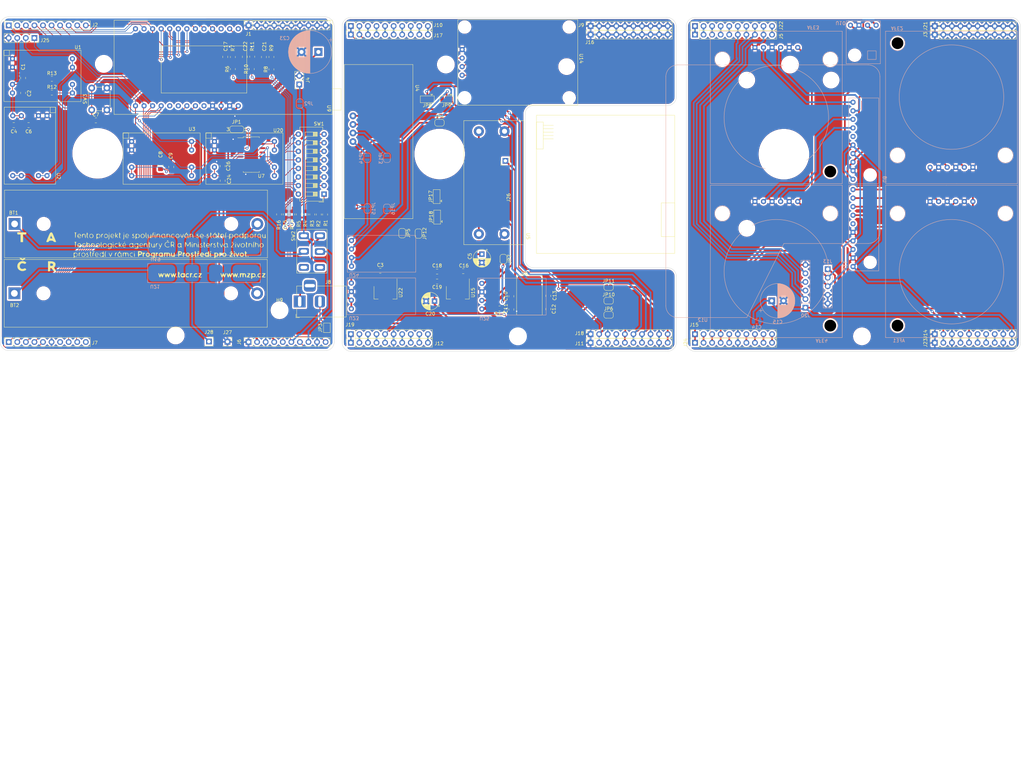
<source format=kicad_pcb>
(kicad_pcb (version 20211014) (generator pcbnew)
  (layers (0 "F.Cu" signal) (31 "B.Cu" signal) (34 "B.Paste" user) (35 "F.Paste" user) (36 "B.SilkS" user "B.Silkscreen") (37 "F.SilkS" user "F.Silkscreen") (38 "B.Mask" user) (39 "F.Mask" user) (44 "Edge.Cuts" user))
  (net 0 "")
  (net 1 "lead_battery_+")
  (net 2 "+3V3")
  (net 3 "Net-(C10-Pad1)")
  (net 4 "AFE-3.5V_shield3")
  (net 5 "OPC-N3-5V_shield3")
  (net 6 "ADC_AFE_shield1")
  (net 7 "Net-(C18-Pad1)")
  (net 8 "ADC_OPC-N3_shield1")
  (net 9 "ADC_BATT_shield1")
  (net 10 "UART_RX_shield1")
  (net 11 "UART_TX_shield1")
  (net 12 "RESET_shield1")
  (net 13 "SPI_CSK_shield1")
  (net 14 "SPI_MISO_shield1")
  (net 15 "SPI_MOSI_shield1")
  (net 16 "SPI_CS_shield1")
  (net 17 "UART_RX_shield3")
  (net 18 "UART_TX_shield3")
  (net 19 "RESET_shield3")
  (net 20 "ADC_AFE_shield3")
  (net 21 "ADC_BATT_shield3")
  (net 22 "SPI_CSK_shield3")
  (net 23 "SPI_MISO_shield3")
  (net 24 "Net-(J8-Pad1)")
  (net 26 "Net-(BT1-Pad1)")
  (net 27 "Net-(JP1-Pad1)")
  (net 28 "SPI_MOSI_shield3")
  (net 29 "SPI_CS_shield3")
  (net 30 "ADC_OPC-N3_shield3")
  (net 31 "GND3")
  (net 32 "Net-(AFE1-Pad2)")
  (net 33 "Net-(AFE1-Pad4)")
  (net 34 "Net-(AFE2-Pad2)")
  (net 35 "Net-(AFE2-Pad4)")
  (net 36 "Net-(C12-Pad1)")
  (net 37 "unconnected-(J12-Pad7)")
  (net 39 "GND2")
  (net 40 "+5C")
  (net 41 "AFE-3.5V_shield1")
  (net 42 "Net-(J4-Pad1)")
  (net 45 "Net-(JP17-Pad2)")
  (net 46 "Net-(C16-Pad1)")
  (net 47 "Battery_+_shield1")
  (net 48 "OPC-N3-5V_shield1")
  (net 49 "I2C_SDA_shield1")
  (net 50 "UART_TXD_shield1")
  (net 51 "UART_RXD_shield1")
  (net 52 "I2C_SCL_shield1")
  (net 53 "5V_en_shield1")
  (net 55 "lora2_shield1")
  (net 56 "lora1_shield1")
  (net 58 "UART_RX_shield2")
  (net 59 "UART_TX_shield2")
  (net 60 "RESET_shield2")
  (net 61 "ADC_AFE_shield2")
  (net 62 "ADC_BATT_shield2")
  (net 63 "SPI_CSK_shield2")
  (net 64 "SPI_MISO_shield2")
  (net 65 "SPI_MOSI_shield2")
  (net 66 "SPI_CS_shield2")
  (net 67 "ADC_OPC-N3_shield2")
  (net 68 "+3.3VA")
  (net 69 "+5VA")
  (net 70 "AFE-3.5V_shield2")
  (net 71 "Battery_+_shield2")
  (net 72 "OPC-N3-5V_shield2")
  (net 73 "I2C_SDA_shield2")
  (net 74 "UART_TXD_shield2")
  (net 75 "UART_RXD_shield2")
  (net 76 "I2C_SCL_shield2")
  (net 77 "5V_en_shield2")
  (net 78 "unconnected-(J12-Pad10)")
  (net 79 "lora2_shield2")
  (net 80 "lora1_shield2")
  (net 81 "unconnected-(J15-Pad10)")
  (net 82 "+5F")
  (net 83 "Battery_+_shield3")
  (net 84 "I2C_SDA_shield3")
  (net 85 "UART_TXD_shield3")
  (net 86 "UART_RXD_shield3")
  (net 87 "I2C_SCL_shield3")
  (net 88 "5V_en_shield3")
  (net 89 "unconnected-(J15-Pad7)")
  (net 90 "lora2_shield3")
  (net 91 "lora1_shield3")
  (net 92 "Net-(R1-Pad1)")
  (net 93 "Net-(R2-Pad1)")
  (net 94 "Net-(R3-Pad1)")
  (net 95 "Net-(R4-Pad1)")
  (net 96 "Net-(R5-Pad1)")
  (net 97 "Net-(R14-Pad1)")
  (net 98 "Net-(R15-Pad1)")
  (net 106 "Net-(R16-Pad1)")
  (net 108 "Net-(AFE3-Pad2)")
  (net 109 "Net-(AFE3-Pad4)")
  (net 110 "Net-(AFE4-Pad2)")
  (net 111 "Net-(AFE4-Pad4)")
  (net 113 "Net-(J8-Pad2)")
  (net 114 "Net-(BT1-Pad2)")
  (net 115 "Net-(BT2-Pad1)")
  (net 116 "Net-(BT2-Pad2)")
  (net 117 "Net-(SW1-Pad9)")
  (net 118 "Net-(SW1-Pad10)")
  (net 119 "Net-(SW1-Pad11)")
  (net 120 "Net-(SW1-Pad12)")
  (net 121 "Net-(SW1-Pad13)")
  (net 122 "Net-(SW1-Pad14)")
  (net 123 "Net-(SW1-Pad15)")
  (net 124 "Net-(SW1-Pad16)")
  (net 125 "Net-(C3-Pad1)")
  (net 126 "Net-(JP5-Pad2)")
  (net 127 "Net-(JP12-Pad1)")
  (net 128 "Net-(JP18-Pad2)")
  (net 129 "Net-(JP13-Pad1)")
  (net 130 "lead_charger_+")
  (net 131 "lead_charger_-")
  (net 132 "Net-(JP14-Pad1)")
  (net 133 "Net-(JP17-Pad3)")
  (net 134 "Net-(JP15-Pad1)")
  (net 135 "Net-(JP17-Pad1)")
  (net 136 "Net-(JP18-Pad3)")
  (net 137 "Net-(JP18-Pad1)")
  (net 138 "V_IN-_shield1")
  (net 139 "V_IN+_shield1")
  (net 140 "V_IN-_shield2")
  (net 141 "V_IN+_shield2")
  (net 142 "V_IN-_shield3")
  (net 143 "V_IN+_shield3")
  (net 144 "li-ion_charger_+")
  (net 145 "li-ion_charger_-")
  (net 146 "GND1")
  (footprint "Resistor_SMD:R_0805_2012Metric" (layer "F.Cu") (at 116.254949 59.394449 90)
    (fp_text reference "R9")
    (fp_text value "100k")
  )
  (footprint "city_node_footprints:MountingHole_4.3mm_M4" (layer "F.Cu") (at 118.656949 134.551949)
    (fp_text reference "H9")
    (fp_text value "MountingHole")
  )
  (footprint "Resistor_SMD:R_0805_2012Metric" (layer "F.Cu") (at 183.8865 134.032 180)
    (fp_text reference "R17")
    (fp_text value "R")
  )
  (footprint "Connector_PinSocket_2.54mm:PinSocket_1x10_P2.54mm_Vertical" (layer "F.Cu") (at 139.794 50.212 90)
    (fp_text reference "J10")
    (fp_text value "Conn_01x10_Female")
  )
  (footprint "Package_SO:SOIC-16_4.55x10.3mm_P1.27mm" (layer "F.Cu") (at 110.285949 88.373949)
    (fp_text reference "U7")
    (fp_text value "PCF8574")
  )
  (footprint "Connector_PinSocket_2.54mm:PinSocket_1x02_P2.54mm_Vertical" (layer "F.Cu") (at 124.509949 67.545949 180)
    (fp_text reference "J4")
    (fp_text value "Batt_wire")
  )
  (footprint "city_node_footprints:SPS30" (layer "F.Cu") (at 217.899 97.382 -90)
    (fp_text reference "U13" hide)
    (fp_text value "SPS30")
  )
  (footprint "city_node_footprints:PPAK" (layer "F.Cu") (at 192.753 132.795)
    (fp_text reference "U6")
    (fp_text value "59151")
  )
  (footprint "Capacitor_SMD:C_0805_2012Metric_Pad1.18x1.45mm_HandSolder" (layer "F.Cu") (at 39.822449 79.610949)
    (fp_text reference "C4")
    (fp_text value "100n")
  )
  (footprint "Resistor_SMD:R_0805_2012Metric" (layer "F.Cu") (at 110.539949 59.314449 90)
    (fp_text reference "R11")
    (fp_text value "100k")
  )
  (footprint "Capacitor_SMD:C_0805_2012Metric" (layer "F.Cu") (at 198.341 130.288 90)
    (fp_text reference "C13")
    (fp_text value "22u")
  )
  (footprint "Resistor_SMD:R_0805_2012Metric" (layer "F.Cu") (at 51.127449 65.894949)
    (fp_text reference "R13")
    (fp_text value "10k")
  )
  (footprint "Connector_PinSocket_2.54mm:PinSocket_1x10_P2.54mm_Vertical" (layer "F.Cu") (at 210.914 144.192 90)
    (fp_text reference "J11")
    (fp_text value "Conn_01x10_Female" hide)
  )
  (footprint "Connector_PinSocket_2.54mm:PinSocket_1x10_P2.54mm_Vertical" (layer "F.Cu") (at 109.455949 50.019949 90)
    (fp_text reference "J1")
    (fp_text value "Conn_01x10_Female" hide)
  )
  (footprint "Connector_PinSocket_2.54mm:PinSocket_1x10_P2.54mm_Vertical" (layer "F.Cu") (at 312.9915 52.7685 90)
    (fp_text reference "J3")
    (fp_text value "Conn_01x10_Female")
  )
  (footprint "Connector_PinSocket_2.54mm:PinSocket_1x01_P2.54mm_Vertical" (layer "F.Cu") (at 97.706949 143.841949)
    (fp_text reference "J28")
    (fp_text value "Conn_01x01_Female")
  )
  (footprint "Resistor_SMD:R_0805_2012Metric" (layer "F.Cu") (at 110.412949 62.997449 90)
    (fp_text reference "R10")
    (fp_text value "220k")
  )
  (footprint "city_node_footprints:MountingHole_4.3mm_M4" (layer "F.Cu") (at 167.988 61.642)
    (fp_text reference "H5" hide)
    (fp_text value "MountingHole")
  )
  (footprint "Resistor_SMD:R_0805_2012Metric" (layer "F.Cu") (at 122.436949 106.124449 -90)
    (fp_text reference "R14")
    (fp_text value "10k")
  )
  (footprint "Capacitor_SMD:C_0805_2012Metric_Pad1.18x1.45mm_HandSolder" (layer "F.Cu") (at 148.5355 122.856)
    (fp_text reference "C3")
    (fp_text value "1uF")
  )
  (footprint "Connector_PinSocket_2.54mm:PinSocket_1x10_P2.54mm_Vertical" (layer "F.Cu") (at 139.794 52.752 90)
    (fp_text reference "J17")
    (fp_text value "Conn_01x10_Female")
  )
  (footprint "Connector_PinSocket_2.54mm:PinSocket_1x10_P2.54mm_Vertical" (layer "F.Cu") (at 241.8715 50.2285 90)
    (fp_text reference "J22")
    (fp_text value "Conn_01x10_Female")
  )
  (footprint "Capacitor_SMD:C_0805_2012Metric_Pad1.18x1.45mm_HandSolder" (layer "F.Cu") (at 42.594949 65.640949 -90)
    (fp_text reference "C1")
    (fp_text value "100n")
  )
  (footprint "Connector_PinSocket_2.54mm:PinSocket_1x10_P2.54mm_Vertical" (layer "F.Cu") (at 38.335949 143.999949 90)
    (fp_text reference "J7")
    (fp_text value "Conn_01x10_Female" hide)
  )
  (footprint "city_node_footprints:LILYGO-LORAWAN" (layer "F.Cu") (at 96.247949 63.735949 -90)
    (fp_text reference "U9")
    (fp_text value "LILYGO-lorawan")
  )
  (footprint "city_node_footprints:STEP_UP" (layer "F.Cu") (at 182.212 95.424 -90)
    (fp_text reference "U5")
    (fp_text value "DC-DC")
  )
  (footprint "Connector_PinSocket_2.54mm:PinSocket_1x10_P2.54mm_Vertical" (layer "F.Cu") (at 139.794 141.652 90)
    (fp_text reference "J19")
    (fp_text value "Conn_01x10_Female" hide)
  )
  (footprint "Connector_PinSocket_2.54mm:PinSocket_1x10_P2.54mm_Vertical" (layer "F.Cu") (at 38.335949 50.019949 90)
    (fp_text reference "J2")
    (fp_text value "Conn_01x10_Female" hide)
  )
  (footprint "Resistor_SMD:R_0805_2012Metric" (layer "F.Cu") (at 126.436949 106.134449 -90)
    (fp_text reference "R4")
    (fp_text value "10k")
  )
  (footprint "city_node_footprints:opc-n3-hole" (layer "F.Cu") (at 166.1592 88.2104)
    (fp_text reference "H8" hide)
    (fp_text value "MountingHole" hide)
  )
  (footprint "city_node_footprints:MountingHole_4.3mm_M4" (layer "F.Cu") (at 66.529949 61.449949)
    (fp_text reference "H3" hide)
    (fp_text value "MountingHole" hide)
  )
  (footprint "Capacitor_SMD:C_0805_2012Metric" (layer "F.Cu") (at 165.387 126.031 180)
    (fp_text reference "C19")
    (fp_text value "10n")
  )
  (footprint "city_node_footprints:MountingHole_4.3mm_M4" (layer "F.Cu") (at 87.856949 142.051949)
    (fp_text reference "H4" hide)
    (fp_text value "MountingHole" hide)
  )
  (footprint "city_node_footprints:opc-n3-hole" (layer "F.Cu") (at 64.701149 88.018349)
    (fp_text reference "H7" hide)
    (fp_text value "MountingHole" hide)
  )
  (footprint "Resistor_SMD:R_0805_2012Metric" (layer "F.Cu") (at 124.386949 106.134449 -90)
    (fp_text reference "R5")
    (fp_text value "10k")
  )
  (footprint "Capacitor_SMD:C_0805_2012Metric" (layer "F.Cu") (at 198.341 134.225 -90)
    (fp_text reference "C12")
    (fp_text value "100n")
  )
  (footprint "Capacitor_SMD:C_0805_2012Metric" (layer "F.Cu") (at 108.380949 59.351949 90)
    (fp_text reference "C22")
    (fp_text value "100n")
  )
  (footprint "Capacitor_SMD:C_0805_2012Metric" (layer "F.Cu") (at 64.184949 78.213949)
    (fp_text reference "C7")
    (fp_text value "10n")
  )
  (footprint "Capacitor_SMD:C_0805_2012Metric" (layer "F.Cu") (at 114.030949 59.418949 90)
    (fp_text reference "C21")
    (fp_text value "10n")
  )
  (footprint "Jumper:SolderJumper-3_P1.3mm_Bridged12_Pad1.0x1.5mm" (layer "F.Cu") (at 162.478 71.968 180)
    (fp_text reference "JP8")
    (fp_text value "SolderJumper_3_Bridged12")
  )
  (footprint "Jumper:SolderJumper-2_P1.3mm_Bridged_RoundedPad1.0x1.5mm" (layer "F.Cu") (at 216.248 135.937)
    (fp_text reference "JP6")
    (fp_text value "Close")
  )
  (footprint "Resistor_SMD:R_0805_2012Metric" (layer "F.Cu") (at 132.156949 106.154449 -90)
    (fp_text reference "R1")
    (fp_text value "10k")
  )
  (footprint "Connector_PinSocket_2.54mm:PinSocket_1x10_P2.54mm_Vertical" (layer "F.Cu") (at 139.794 144.192 90)
    (fp_text reference "J12")
    (fp_text value "Conn_01x10_Female" hide)
  )
  (footprint "city_node_footprints:Sensor_module" (layer "F.Cu") (at 108.236949 88.426949)
    (fp_text reference "U20")
    (fp_text value "Sensor_socket")
  )
  (footprint "Capacitor_SMD:C_0805_2012Metric" (layer "F.Cu") (at 102.538949 59.380449 90)
    (fp_text reference "C17")
    (fp_text value "10n")
  )
  (footprint "Capacitor_SMD:C_0805_2012Metric" (layer "F.Cu") (at 187.419 134.347 -90)
    (fp_text reference "C11")
    (fp_text value "22u")
  )
  (footprint "city_node_footprints:DC-DC" (layer "F.Cu") (at 140.429 81.962 -90)
    (fp_text reference "U4")
    (fp_text value "MPPT")
  )
  (footprint "Capacitor_SMD:C_0805_2012Metric_Pad1.18x1.45mm_HandSolder" (layer "F.Cu") (at 101.776949 96.120949 90)
    (fp_text reference "C24")
    (fp_text value "100n")
  )
  (footprint "Resistor_SMD:R_0805_2012Metric" (layer "F.Cu") (at 130.316949 106.154449 -90)
    (fp_text reference "R2")
    (fp_text value "10k")
  )
  (footprint "Jumper:SolderJumper-2_P1.3mm_Bridged_RoundedPad1.0x1.5mm" (layer "F.Cu") (at 155.034 111.695 -90)
    (fp_text reference "JP5")
    (fp_text value "Close")
  )
  (footprint "Connector_PinSocket_2.54mm:PinSocket_1x10_P2.54mm_Vertical" (layer "F.Cu") (at 241.8715 144.2085 90)
    (fp_text reference "J24")
    (fp_text value "Conn_01x10_Female" hide)
  )
  (footprint "city_node_footprints:MountingHole_4.3mm_M4" (layer "F.Cu") (at 270.0655 61.6585)
    (fp_text reference "H1" hide)
    (fp_text value "MountingHole")
  )
  (footprint "Resistor_SMD:R_0805_2012Metric" (layer "F.Cu") (at 104.824949 59.417949 90)
    (fp_text reference "R7")
    (fp_text value "100k")
  )
  (footprint "Jumper:SolderJumper-2_P1.3mm_Bridged_RoundedPad1.0x1.5mm" (layer "F.Cu") (at 216.263 131.746)
    (fp_text reference "JP10")
    (fp_text value "Close")
  )
  (footprint "Capacitor_THT:CP_Radial_D5.0mm_P2.50mm" (layer "F.Cu") (at 178.668 117.932888 -90)
    (fp_text reference "C5")
    (fp_text value "220u")
  )
  (footprint "city_node_footprints:MountingHole_4.3mm_M4" (layer "F.Cu") (at 291.4015 142.3035)
    (fp_text reference "H2" hide)
    (fp_text value "MountingHole" hide)
  )
  (footprint "Button_Switch_THT:SW_PUSH_6mm" (layer "F.Cu") (at 62.950949 75.113949 90)
    (fp_text reference "SW3")
    (fp_text value "SW_DIP_x01")
  )
  (footprint "Jumper:SolderJumper-2_P1.3mm_Bridged_RoundedPad1.0x1.5mm" (layer "F.Cu") (at 216.263 127.682)
    (fp_text reference "JP11")
    (fp_text value "SolderJumper_2_Open")
  )
  (footprint "Connector_PinSocket_2.54mm:PinSocket_1x10_P2.54mm_Vertical" (layer "F.Cu") (at 210.914 52.752 90)
    (fp_text reference "J16")
    (fp_text value "Conn_01x10_Female" hide)
  )
  (footprint "Button_Switch_THT:SW_DIP_SPSTx08_Slide_6.7x21.88mm_W7.62mm_P2.54mm_LowProfile" (layer "F.Cu") (at 131.856949 100.101949 180)
    (fp_text reference "SW1")
    (fp_text value "SW_DIP_x08")
  )
  (footprint "Package_TO_SOT_SMD:SOT-223" (layer "F.Cu") (at 150.081 129.333 -90)
    (fp_text reference "U22")
    (fp_text value "TC1264-3v3")
  )
  (footprint "Resistor_SMD:R_0805_2012Metric" (layer "F.Cu") (at 116.254949 63.077449 90)
    (fp_text reference "R8")
    (fp_text value "100k")
  )
  (footprint "Jumper:SolderJumper-2_P1.3mm_Bridged_RoundedPad1.0x1.5mm" (layer "F.Cu") (at 159.86 111.822 -90)
    (fp_text reference "JP12")
    (fp_text value "Close")
  )
  (footprint "Capacitor_SMD:C_0805_2012Metric_Pad1.18x1.45mm_HandSolder" (layer "F.Cu") (at 101.776949 91.802949 -90)
    (fp_text reference "C26")
    (fp_text value "dnp")
  )
  (footprint "Jumper:SolderJumper-3_P1.3mm_Bridged12_Pad1.0x1.5mm" (layer "F.Cu") (at 165.398 106.928 90)
    (fp_text reference "JP18")
    (fp_text value "SolderJumper_3_Bridged12")
  )
  (footprint "Connector_PinSocket_2.54mm:PinSocket_1x10_P2.54mm_Vertical" (layer "F.Cu") (at 210.914 141.652 90)
    (fp_text reference "J18")
    (fp_text value "Conn_01x10_Female" hide)
  )
  (footprint "Battery:BatteryHolder_MPD_BH-18650-PC2" (layer "F.Cu") (at 40.076949 108.951949)
    (fp_text reference "BT1")
    (fp_text value "Battery_Cell")
  )
  (footprint "Resistor_SMD:R_0805_2012Metric" (layer "F.Cu") (at 120.476949 106.121949 -90)
    (fp_text reference "R15")
    (fp_text value "10k")
  )
  (footprint "Resistor_SMD:R_0805_2012Metric" (layer "F.Cu") (at 51.127449 69.958949)
    (fp_text reference "R12")
    (fp_text value "10k")
  )
  (footprint "Resistor_SMD:R_0805_2012Metric" (layer "F.Cu") (at 118.506949 106.119449 -90)
    (fp_text reference "R16")
    (fp_text value "10k")
  )
  (footprint "Battery:BatteryHolder_MPD_BH-18650-PC2" (layer "F.Cu") (at 40.006949 129.551949)
    (fp_text reference "BT2")
    (fp_text value "Battery_Cell")
  )
  (footprint "Connector_PinSocket_2.54mm:PinSocket_1x10_P2.54mm_Vertical" (layer "F.Cu") (at 312.9915 50.2285 90)
    (fp_text reference "J21")
    (fp_text value "Conn_01x10_Female")
  )
  (footprint "city_node_footprints:logo_tacr" (layer "F.Cu") (at 76.884949 118.091949)
    (fp_text reference "G***" hide)
    (fp_text value "LOGO" hide)
  )
  (footprint "Capacitor_SMD:C_0805_2012Metric" (layer "F.Cu") (at 187.419 130.415 90)
    (fp_text reference "C10")
    (fp_text value "100n")
  )
  (footprint "Jumper:SolderJumper-3_P1.3mm_Bridged12_RoundedPad1.0x1.5mm_NumberLabels" (layer "F.Cu") (at 105.967949 80.880949 180)
    (fp_text reference "JP1")
    (fp_text value "SolderJumper_3_Bridged12")
  )
  (footprint "Capacitor_SMD:C_0805_2012Metric" (layer "F.Cu") (at 165.387 123.11 180)
    (fp_text reference "C18")
    (fp_text value "100n")
  )
  (footprint "Connector_PinHeader_2.54mm:PinHeader_1x01_P2.54mm_Vertical" (layer "F.Cu") (at 185.641 90.217 90)
    (fp_text reference "J26")
    (fp_text value "Conn_01x01_Female")
  )
  (footprint "Jumper:SolderJumper-3_P1.3mm_Bridged12_Pad1.0x1.5mm" (layer "F.Cu") (at 165.258 100.838 90)
    (fp_text reference "JP17")
    (fp_text value "SolderJumper_3_Bridged12")
  )
  (footprint "Capacitor_SMD:C_0805_2012Metric_Pad1.18x1.45mm_HandSolder" (layer "F.Cu") (at 86.536949 92.035449 -90)
    (fp_text reference "C9")
    (fp_text value "dnp")
  )
  (footprint "Resistor_SMD:R_0805_2012Metric" (layer "F.Cu") (at 104.824949 62.997449 90)
    (fp_text reference "R6")
    (fp_text value "100k")
  )
  (footprint "Jumper:SolderJumper-2_P1.3mm_Bridged_RoundedPad1.0x1.5mm" (layer "F.Cu") (at 166.083 78.914)
    (fp_text reference "JP4")
    (fp_text value "Close")
  )
  (footprint "Connector_PinSocket_2.54mm:PinSocket_1x10_P2.54mm_Vertical" (layer "F.Cu") (at 109.455949 143.999949 90)
    (fp_text reference "J6")
    (fp_text value "Conn_01x10_Female" hide)
  )
  (footprint "Capacitor_SMD:C_0805_2012Metric_Pad1.18x1.45mm_HandSolder" (layer "F.Cu") (at 44.224449 79.610949 180)
    (fp_text reference "C6")
    (fp_text value "dnp")
  )
  (footprint "Resistor_SMD:R_0805_2012Metric" (layer "F.Cu") (at 128.376949 106.144449 -90)
    (fp_text reference "R3")
    (fp_text value "10k")
  )
  (footprint "city_node_footprints:Switch" (layer "F.Cu") (at 128.246949 117.051949 90)
    (fp_text reference "SW2")
    (fp_text value "SW_DPDT_x2")
  )
  (footprint "Capacitor_SMD:C_0805_2012Metric_Pad1.18x1.45mm_HandSolder" (layer "F.Cu") (at 42.594949 70.085949 90)
    (fp_text reference "C2")
    (fp_text value "dnp")
  )
  (footprint "city_node_footprints:Sensor_module" (layer "F.Cu") (at 83.676949 88.426949)
    (fp_text reference "U3")
    (fp_text value "Sensor_socket")
  )
  (footprint "city_node_footprints:MountingHole_4.3mm_M4" (layer "F.Cu") (at 189.358 142.308)
    (fp_text reference "H6" hide)
    (fp_text value "MountingHole" hide)
  )
  (footprint "city_node_footprints:Sensor_module" (layer "F.Cu") (at 45.746949 85.721949 -90)
    (fp_text reference "U2")
    (fp_text value "Sensor_socket")
  )
  (footprint "city_node_footprints:NEO-6M-mod" (layer "F.Cu") (at 189.314 62.277 -90)
    (fp_text reference "U14")
    (fp_text value "NEO-6M")
  )
  (footprint "city_node_footprints:Sensor_module" (layer "F.Cu") (at 48.336949 63.866949)
    (fp_text reference "U1")
    (fp_text value "Sensor_socket")
  )
  (footprint "Connector_PinSocket_2.54mm:PinSocket_1x10_P2.54mm_Vertical" (layer "F.Cu") (at 312.9915 144.2085 90)
    (fp_text reference "J23")
    (fp_text value "Conn_01x10_Female")
  )
  (footprint "Connector_PinSocket_2.54mm:PinSocket_1x04_P2.54mm_Vertical" (layer "F.Cu") (at 45.936949 53.771949 -90)
    (fp_text reference "J25")
    (fp_text value "Conn_01x04_Female" hide)
  )
  (footprint "Capacitor_SMD:C_0805_2012Metric_Pad1.18x1.45mm_HandSolder" (layer "F.Cu") (at 83.361949 91.654449 -90)
    (fp_text reference "C8")
    (fp_text value "100n")
  )
  (footprint "Jumper:SolderJumper-3_P1.3mm_Bridged12_Pad1.0x1.5mm" (layer "F.Cu") (at 168.188 71.9405 180)
    (fp_text reference "JP9")
    (fp_text value "SolderJumper_3_Bridged12")
  )
  (footprint "Connector_PinSocket_2.54mm:PinSocket_1x10_P2.54mm_Vertical" (layer "F.Cu") (at 312.9915 141.6435 90)
    (fp_text reference "J14")
    (fp_text value "Conn_01x10_Female" hide)
  )
  (footprint "Connector_PinSocket_2.54mm:PinSocket_1x10_P2.54mm_Vertical" (layer "F.Cu") (at 241.8715 52.7685 90)
    (fp_text reference "J5")
    (fp_text value "Conn_01x10_Female")
  )
  (footprint "Capacitor_THT:CP_Radial_D5.0mm_P2.50mm" (layer "F.Cu") (at 164.621113 131.873 180)
    (fp_text reference "C20")
    (fp_text value "220u")
  )
  (footprint "Capacitor_SMD:C_0805_2012Metric" (layer "F.Cu") (at 173.129 122.983)
    (fp_text reference "C16")
    (fp_text value "100n")
  )
  (footprint "Package_TO_SOT_SMD:SOT-223" (layer "F.Cu") (at 171.544 129.333 -90)
    (fp_text reference "U15")
    (fp_text value "XC6203P352FR-G_")
  )
  (footprint "Jumper:SolderJumper-2_P1.3mm_Bridged_Pad1.0x1.5mm" (layer "F.Cu") (at 132.706949 139.791949 -90)
    (fp_text reference "JP3")
    (fp_text value "Close")
  )
  (footprint "Connector_BarrelJack:BarrelJack_Horizontal" (layer "F.Cu") (at 124.626949 131.969449 180)
    (fp_text reference "J8")
    (fp_text value "Barrel_Jack_Switch" hide)
  )
  (footprint "Connector_PinSocket_2.54mm:PinSocket_1x10_P2.54mm_Vertical" (layer "F.Cu") (at 210.914 50.212 90)
    (fp_text reference "J9")
    (fp_text value "Conn_01x10_Female" hide)
  )
  (footprint "Connector_PinSocket_2.54mm:PinSocket_1x01_P2.54mm_Vertical" (layer "F.Cu") (at 103.206949 143.901949)
    (fp_text reference "J27")
    (fp_text value "Conn_01x01_Female")
  )
  (footprint "Connector_PinSocket_2.54mm:PinSocket_1x10_P2.54mm_Vertical" (layer "F.Cu") (at 241.8715 141.6685 90)
    (fp_text reference "J15")
    (fp_text value "Conn_01x10_Female" hide)
  )
  (footprint "Jumper:SolderJumper-2_P1.3mm_Bridged_RoundedPad1.0x1.5mm" (layer "F.Cu") (at 185.048 119.378 -90)
    (fp_text reference "JP7")
    (fp_text value "Close")
  )
  (footprint "Jumper:SolderJumper-2_P1.3mm_Open_RoundedPad1.0x1.5mm" (layer "B.Cu") (at 124.636949 73.245949 -90)
    (fp_text reference "JP2")
    (fp_text value "SolderJumper_2_Open" hide)
  )
  (footprint "city_node_footprints:mp2315-module" (layer "B.Cu") (at 149.098 130.048)
    (fp_text reference "U23")
    (fp_text value "step-down")
  )
  (footprint "city_node_footprints:Alphasense_AFE_6pin-LEFT" (layer "B.Cu") (at 266.0015 56.5785)
    (fp_text reference "AFE3")
    (fp_text value "Alphasense_AFE_6pin")
  )
  (footprint "Capacitor_THT:CP_Radial_D10.0mm_P3.50mm" (layer "B.Cu") (at 264.637823 131.7625)
    (fp_text reference "C15")
    (fp_text value "470u")
  )
  (footprint "Connector_PinHeader_2.54mm:PinHeader_1x05_P2.54mm_Vertical" (layer "B.Cu") (at 281.2415 122.3695 180)
    (fp_text reference "J13")
    (fp_text value "Conn_01x05_Female")
  )
  (footprint "city_node_footprints:mp2315-module" (layer "B.Cu") (at 187.802 130.137)
    (fp_text reference "U25")
    (fp_text value "step-down")
  )
  (footprint "city_node_footprints:mp2315-module" (layer "B.Cu") (at 149.152 117.427)
    (fp_text reference "U24")
    (fp_text value "step-down")
  )
  (footprint "city_node_footprints:Alphasense_AFE_6pin-LEFT" (layer "B.Cu") (at 317.9445 92.1385 180)
    (fp_text reference "AFE1")
    (fp_text value "Alphasense_AFE_6pin")
  )
  (footprint "Jumper:SolderJumper-2_P1.3mm_Bridged_RoundedPad1.0x1.5mm" (layer "B.Cu") (at 144.728 104.378 90)
    (fp_text reference "JP15")
    (fp_text value "Close")
  )
  (footprint "city_node_footprints:opc-n3_3holes" (layer "B.Cu") (at 267.7355 110.7505 90)
    (fp_text reference "U12")
    (fp_text value "OPC_N3")
  )
  (footprint "city_node_footprints:Alphasense_AFE_6pin-RIGHT" (layer "B.Cu") (at 317.9445 102.2985)
    (fp_text reference "AFE2")
    (fp_text value "Alphasense_AFE_6pin")
  )
  (footprint "Capacitor_SMD:C_0805_2012Metric" (layer "B.Cu") (at 260.1595 137.8585)
    (fp_text reference "C14")
    (fp_text value "100n")
  )
  (footprint "city_node_footprints:ADS1115-module" (layer "B.Cu") (at 291.7825 110.1725 90)
    (fp_text reference "U11")
    (fp_text value "ADS1115_module")
  )
  (footprint "city_node_footprints:ADS1115-module" (layer "B.Cu") (at 291.7825 84.2645 90)
    (fp_text reference "U8")
    (fp_text value "ADS1115_module")
  )
  (footprint "Jumper:SolderJumper-2_P1.3mm_Bridged_RoundedPad1.0x1.5mm" (layer "B.Cu") (at 150.518 104.468 90)
    (fp_text reference "JP16")
    (fp_text value "close")
  )
  (footprint "city_node_footprints:DW01_protection" (layer "B.Cu") (at 96.142949 123.552949)
    (fp_text reference "U21")
    (fp_text value "DW01_protection")
  )
  (footprint "Jumper:SolderJumper-2_P1.3mm_Open_RoundedPad1.0x1.5mm" (layer "B.Cu") (at 150.508 89.318 -90)
    (fp_text reference "JP13")
    (fp_text value "Open")
  )
  (footprint "city_node_footprints:DW01_protection" (layer "B.Cu") (at 96.288949 115.424949)
    (fp_text reference "U19")
    (fp_text value "DW01_protection")
  )
  (footprint "Jumper:SolderJumper-2_P1.3mm_Open_RoundedPad1.0x1.5mm" (layer "B.Cu") (at 144.658 89.308 -90)
    (fp_text reference "JP14")
    (fp_text value "Open")
  )
  (footprint "city_node_footprints:Alphasense_AFE_6pin-LEFT" (layer "B.Cu") (at 266.0015 102.2985)
    (fp_text reference "AFE4")
    (fp_text value "Alphasense_AFE_6pin")
  )
  (footprint "Capacitor_THT:CP_Radial_D12.5mm_P5.00mm" (layer "B.Cu") (at 130.179713 57.912 180)
    (fp_text reference "C23")
    (fp_text value "2200uF")
  )
  (footprint "city_node_footprints:BME280-module" (layer "B.Cu") (at 293.0525 49.9745)
    (fp_text reference "U10")
    (fp_text value "BME280_module")
  )
  (footprint "Connector_PinHeader_2.54mm:PinHeader_1x06_P2.54mm_Vertical" (layer "B.Cu") (at 274.6375 133.7945)
    (fp_text reference "J20")
    (fp_text value "Conn_01x06_Female")
  )
  (gr_line (start 239.3315 144.2085) (end 239.3315 50.2285) (layer "Edge.Cuts") (width 0.1))
  (gr_arc (start 233.774 121.967) (mid 235.570051 122.710949) (end 236.314 124.507) (layer "Edge.Cuts") (width 0.1))
  (gr_line (start 134.855949 143.999949) (end 134.855949 50.273949) (layer "Edge.Cuts") (width 0.1))
  (gr_line (start 194.023 121.967) (end 233.774 121.967) (layer "Edge.Cuts") (width 0.1))
  (gr_arc (start 239.3315 50.2285) (mid 240.075449 48.432449) (end 241.8715 47.6885) (layer "Edge.Cuts") (width 0.1))
  (gr_arc (start 236.314 144.192) (mid 235.570051 145.988051) (end 233.774 146.732) (layer "Edge.Cuts") (width 0.1))
  (gr_line (start 335.8515 146.7485) (end 241.8715 146.7485) (layer "Edge.Cuts") (width 0.1))
  (gr_line (start 139.794 146.732) (end 233.774 146.732) (layer "Edge.Cuts") (width 0.1))
  (gr_line (start 132.061949 47.479949) (end 38.335949 47.479949) (layer "Edge.Cuts") (width 0.1))
  (gr_line (start 233.52 47.672) (end 139.794 47.672) (layer "Edge.Cuts") (width 0.1))
  (gr_line (start 241.8715 47.6885) (end 335.5975 47.6885) (layer "Edge.Cuts") (width 0.1))
  (gr_line (start 338.3915 50.4825) (end 338.3915 144.2085) (layer "Edge.Cuts") (width 0.1))
  (gr_arc (start 35.795949 50.019949) (mid 36.539898 48.223898) (end 38.335949 47.479949) (layer "Edge.Cuts") (width 0.1))
  (gr_line (start 236.314 50.466) (end 236.314 71.275949) (layer "Edge.Cuts") (width 0.1))
  (gr_arc (start 132.061949 47.479949) (mid 134.037605 48.298293) (end 134.855949 50.273949) (layer "Edge.Cuts") (width 0.1))
  (gr_line (start 137.254 50.212) (end 137.254 144.192) (layer "Edge.Cuts") (width 0.1))
  (gr_arc (start 191.483 76.355949) (mid 192.226931 74.559866) (end 194.023 73.815949) (layer "Edge.Cuts") (width 0.1))
  (gr_arc (start 338.3915 144.2085) (mid 337.647551 146.004551) (end 335.8515 146.7485) (layer "Edge.Cuts") (width 0.1))
  (gr_arc (start 194.023 121.967) (mid 192.226949 121.223051) (end 191.483 119.427) (layer "Edge.Cuts") (width 0.1))
  (gr_arc (start 335.5975 47.6885) (mid 337.573156 48.506844) (end 338.3915 50.4825) (layer "Edge.Cuts") (width 0.1))
  (gr_line (start 236.314 124.507) (end 236.314 144.192) (layer "Edge.Cuts") (width 0.1))
  (gr_arc (start 233.52 47.672) (mid 235.495656 48.490344) (end 236.314 50.466) (layer "Edge.Cuts") (width 0.1))
  (gr_arc (start 241.8715 146.7485) (mid 240.075449 146.004551) (end 239.3315 144.2085) (layer "Edge.Cuts") (width 0.1))
  (gr_arc (start 139.794 146.732) (mid 137.997949 145.988051) (end 137.254 144.192) (layer "Edge.Cuts") (width 0.1))
  (gr_arc (start 137.254 50.212) (mid 137.997949 48.415949) (end 139.794 47.672) (layer "Edge.Cuts") (width 0.1))
  (gr_line (start 191.483 76.355949) (end 191.483 119.427) (layer "Edge.Cuts") (width 0.1))
  (gr_arc (start 38.335949 146.539949) (mid 36.539898 145.796) (end 35.795949 143.999949) (layer "Edge.Cuts") (width 0.1))
  (gr_line (start 38.335949 146.539949) (end 132.315949 146.539949) (layer "Edge.Cuts") (width 0.1))
  (gr_line (start 35.795949 50.019949) (end 35.795949 143.999949) (layer "Edge.Cuts") (width 0.1))
  (gr_arc (start 134.855949 143.999949) (mid 134.112 145.796) (end 132.315949 146.539949) (layer "Edge.Cuts") (width 0.1))
  (gr_arc (start 236.314 71.275949) (mid 235.57004 73.072004) (end 233.774 73.815949) (layer "Edge.Cuts") (width 0.1))
  (gr_line (start 233.774 73.815949) (end 194.023 73.815949) (layer "Edge.Cuts") (width 0.1))
  (segment (start 92.742949 123.552949) (end 92.742949 138.877949) (width 0.508) (layer "B.Cu") (net 1))
  (segment (start 117.776949 116.741949) (end 118.999949 117.964949) (width 0.508) (layer "B.Cu") (net 1))
  (segment (start 121.743949 117.964949) (end 124.933949 117.964949) (width 0.508) (layer "B.Cu") (net 1))
  (segment (start 118.999949 117.964949) (end 121.743949 117.964949) (width 0.508) (layer "B.Cu") (net 1))
  (segment (start 92.742949 138.877949) (end 97.706949 143.841949) (width 0.508) (layer "B.Cu") (net 1))
  (segment (start 92.742949 123.552949) (end 92.742949 115.570949) (width 0.508) (layer "B.Cu") (net 1))
  (segment (start 92.742949 115.570949) (end 92.888949 115.424949) (width 0.508) (layer "B.Cu") (net 1))
  (segment (start 92.888949 115.424949) (end 92.888949 111.399949) (width 0.508) (layer "B.Cu") (net 1))
  (segment (start 124.933949 117.964949) (end 125.846949 117.051949) (width 0.508) (layer "B.Cu") (net 1))
  (segment (start 92.888949 111.399949) (end 98.446949 105.841949) (width 0.508) (layer "B.Cu") (net 1))
  (segment (start 113.736949 105.841949) (end 117.776949 109.881949) (width 0.508) (layer "B.Cu") (net 1))
  (segment (start 98.446949 105.841949) (end 113.736949 105.841949) (width 0.508) (layer "B.Cu") (net 1))
  (segment (start 117.776949 109.881949) (end 117.776949 116.741949) (width 0.508) (layer "B.Cu") (net 1))
  (segment (start 107.237949 82.912949) (end 112.952949 82.912949) (width 0.2) (layer "F.Cu") (net 2))
  (segment (start 126.369713 61.722) (end 122.936 61.722) (width 0.508) (layer "F.Cu") (net 2))
  (segment (start 107.999949 73.133949) (end 107.999949 76.562949) (width 0.2) (layer "F.Cu") (net 2))
  (segment (start 73.074949 92.929949) (end 74.786949 94.641949) (width 0.2) (layer "F.Cu") (net 2))
  (segment (start 105.967949 81.642949) (end 107.237949 82.912949) (width 0.2) (layer "F.Cu") (net 2))
  (segment (start 286.3215 71.0565) (end 289.1155 68.2625) (width 0.508) (layer "F.Cu") (net 2))
  (segment (start 40.859949 79.610949) (end 40.859949 78.043949) (width 0.2) (layer "F.Cu") (net 2))
  (segment (start 85.09 93.472) (end 85.489051 93.072949) (width 0.2) (layer "F.Cu") (net 2))
  (segment (start 292.1635 68.2625) (end 293.0525 67.3735) (width 0.508) (layer "F.Cu") (net 2))
  (segment (start 83.361949 92.691949) (end 86.155949 92.691949) (width 0.25) (layer "F.Cu") (net 2))
  (segment (start 130.179713 57.912) (end 126.369713 61.722) (width 0.508) (layer "F.Cu") (net 2))
  (segment (start 315.5315 141.6435) (end 315.5315 138.2395) (width 0.508) (layer "F.Cu") (net 2))
  (segment (start 41.731449 67.541949) (end 42.594949 66.678449) (width 0.2) (layer "F.Cu") (net 2))
  (segment (start 39.531949 76.831949) (end 42.071949 76.831949) (width 0.2) (layer "F.Cu") (net 2))
  (segment (start 293.0525 54.9275) (end 288.0995 49.9745) (width 0.508) (layer "F.Cu") (net 2))
  (segment (start 100.760949 108.312949) (end 100.760949 131.807949) (width 0.508) (layer "F.Cu") (net 2))
  (segment (start 73.074949 83.547949) (end 73.074949 92.929949) (width 0.2) (layer "F.Cu") (net 2))
  (segment (start 86.155949 92.691949) (end 86.536949 93.072949) (width 0.25) (layer "F.Cu") (net 2))
  (segment (start 122.936 61.722) (end 120.396 64.262) (width 0.508) (layer "F.Cu") (net 2))
  (segment (start 69.264949 79.737949) (end 73.074949 83.547949) (width 0.2) (layer "F.Cu") (net 2))
  (segment (start 293.0525 67.3735) (end 293.0525 54.9275) (width 0.508) (layer "F.Cu") (net 2))
  (segment (start 74.786949 94.641949) (end 74.786949 92.101949) (width 0.2) (layer "F.Cu") (net 2))
  (segment (start 101.327949 72.916051) (end 101.327949 73.895949) (width 0.508) (layer "F.Cu") (net 2))
  (segment (start 50.214949 65.894949) (end 50.214949 69.958949) (width 0.2) (layer "F.Cu") (net 2))
  (segment (start 100.760949 131.807949) (end 111.995949 143.042949) (width 0.508) (layer "F.Cu") (net 2))
  (segment (start 39.446949 67.541949) (end 41.088449 67.541949) (width 0.2) (layer "F.Cu") (net 2))
  (segment (start 315.5315 138.2395) (end 312.2295 134.9375) (width 0.508) (layer "F.Cu") (net 2))
  (segment (start 101.327949 73.895949) (end 101.327949 75.605949) (width 0.508) (layer "F.Cu") (net 2))
  (segment (start 85.489051 93.072949) (end 86.536949 93.072949) (width 0.2) (layer "F.Cu") (net 2))
  (segment (start 106.602949 71.736949) (end 107.999949 73.133949) (width 0.2) (layer "F.Cu") (net 2))
  (segment (start 101.327949 73.074949) (end 102.665949 71.736949) (width 0.2) (layer "F.Cu") (net 2))
  (segment (start 50.214949 69.958949) (end 43.505449 69.958949) (width 0.2) (layer "F.Cu") (net 2))
  (segment (start 96.442949 80.490949) (end 101.137449 75.796449) (width 0.508) (layer "F.Cu") (net 2))
  (segment (start 288.0995 85.5345) (end 286.3215 83.7565) (width 0.508) (layer "F.Cu") (net 2))
  (segment (start 101.335449 94.641949) (end 101.776949 95.083449) (width 0.2) (layer "F.Cu") (net 2))
  (segment (start 40.859949 78.043949) (end 42.071949 76.831949) (width 0.2) (layer "F.Cu") (net 2))
  (segment (start 43.505449 69.958949) (end 42.594949 69.048449) (width 0.2) (layer "F.Cu") (net 2))
  (segment (start 100.760949 108.312949) (end 100.760949 103.740949) (width 0.508) (layer "F.Cu") (net 2))
  (segment (start 286.3215 83.7565) (end 286.3215 71.0565) (width 0.508) (layer "F.Cu") (net 2))
  (segment (start 288.7425 85.5345) (end 288.0995 85.5345) (width 0.508) (layer "F.Cu") (net 2))
  (segment (start 120.396 64.262) (end 120.396 67.818) (width 0.508) (layer "F.Cu") (net 2))
  (segment (start 107.999949 76.562949) (end 105.967949 78.594949) (width 0.2) (layer "F.Cu") (net 2))
  (segment (start 43.186949 79.610949) (end 43.186949 77.946949) (width 0.2) (layer "F.Cu") (net 2))
  (segment (start 113.535949 83.495949) (end 113.535949 83.928949) (width 0.2) (layer "F.Cu") (net 2))
  (segment (start 116.586 71.628) (end 102.616 71.628) (width 0.508) (layer "F.Cu") (net 2))
  (segment (start 99.346949 94.641949) (end 101.335449 94.641949) (width 0.2) (layer "F.Cu") (net 2))
  (segment (start 105.967949 80.880949) (end 105.967949 81.642949) (width 0.2) (layer "F.Cu") (net 2))
  (segment (start 102.665949 71.736949) (end 106.602949 71.736949) (width 0.2) (layer "F.Cu") (net 2))
  (segment (start 120.396 67.818) (end 116.586 71.628) (width 0.508) (layer "F.Cu") (net 2))
  (segment (start 56.183949 74.530949) (end 61.390949 79.737949) (width 0.2) (layer "F.Cu") (net 2))
  (segment (start 105.967949 78.594949) (end 105.967949 80.880949) (width 0.2) (layer "F.Cu") (net 2))
  (segment (start 61.390949 79.737949) (end 69.264949 79.737949) (width 0.2) (layer "F.Cu") (net 2))
  (segment (start 111.995949 143.042949) (end 111.995949 143.999949) (width 0.508) (layer "F.Cu") (net 2))
  (segment (start 100.760949 103.740949) (end 96.442949 99.422949) (width 0.508) (layer "F.Cu") (net 2))
  (segment (start 50.214949 69.958949) (end 54.786949 74.530949) (width 0.2) (layer "F.Cu") (net 2))
  (segment (start 101.327949 73.895949) (end 101.327949 73.074949) (width 0.2) (layer "F.Cu") (net 2))
  (segment (start 289.1155 68.2625) (end 292.1635 68.2625) (width 0.508) (layer "F.Cu") (net 2))
  (segment (start 41.088449 67.541949) (end 42.594949 69.048449) (width 0.2) (layer "F.Cu") (net 2))
  (segment (start 99.346949 94.641949) (end 99.346949 92.101949) (width 0.2) (layer "F.Cu") (net 2))
  (segment (start 96.442949 99.422949) (end 96.442949 80.490949) (width 0.508) (layer "F.Cu") (net 2))
  (segment (start 102.616 71.628) (end 101.327949 72.916051) (width 0.508) (layer "F.Cu") (net 2))
  (segment (start 101.776949 95.083449) (end 101.776949 92.840449) (width 0.2) (layer "F.Cu") (net 2))
  (segment (start 112.952949 82.912949) (end 113.535949 83.495949) (width 0.2) (layer "F.Cu") (net 2))
  (segment (start 288.0995 49.9745) (end 287.9725 49.9745) (width 0.508) (layer "F.Cu") (net 2))
  (segment (start 39.446949 67.541949) (end 39.446949 70.081949) (width 0.2) (layer "F.Cu") (net 2))
  (segment (start 43.186949 77.946949) (end 42.071949 76.831949) (width 0.2) (layer "F.Cu") (net 2))
  (segment (start 101.327949 75.605949) (end 101.137449 75.796449) (width 0.508) (layer "F.Cu") (net 2))
  (segment (start 39.446949 67.541949) (end 41.731449 67.541949) (width 0.2) (layer "F.Cu") (net 2))
  (segment (start 54.786949 74.530949) (end 56.183949 74.530949) (width 0.2) (layer "F.Cu") (net 2))
  (via (at 85.09 93.472) (size 0.8) (drill 0.4) (layers "F.Cu" "B.Cu") (net 2))
  (via (at 312.2295 134.9375) (size 0.8) (drill 0.4) (layers "F.Cu" "B.Cu") (net 2))
  (segment (start 91.235949 96.882949) (end 94.410949 96.882949) (width 0.2) (layer "B.Cu") (net 2))
  (segment (start 303.3395 126.0475) (end 293.1875 126.0475) (width 0.508) (layer "B.Cu") (net 2))
  (segment (start 315.5315 144.2085) (end 315.5315 141.6435) (width 0.508) (layer "B.Cu") (net 2))
  (segment (start 83.719949 92.101949) (end 85.09 93.472) (width 0.2) (layer "B.Cu") (net 2))
  (segment (start 74.786949 92.101949) (end 83.719949 92.101949) (width 0.2) (layer "B.Cu") (net 2))
  (segment (start 288.7425 85.5345) (end 288.7425 85.7965) (width 0.508) (layer "B.Cu") (net 2))
  (segment (start 39.531949 70.166949) (end 39.531949 76.831949) (width 0.25) (layer "B.Cu") (net 2))
  (segment (start 94.410949 96.882949) (end 96.651949 94.641949) (width 0.2) (layer "B.Cu") (net 2))
  (segment (start 293.1875 126.0475) (end 288.7425 121.6025) (width 0.508) (layer "B.Cu") (net 2))
  (segment (start 296.6085 113.7365) (end 288.7425 121.6025) (width 0.508) (layer "B.Cu") (net 2))
  (segment (start 288.7425 85.5345) (end 286.1945 88.0825) (width 0.508) (layer "B.Cu") (net 2))
  (segment (start 312.2295 134.9375) (end 303.3395 126.0475) (width 0.508) (layer "B.Cu") (net 2))
  (segment (start 296.6085 93.6625) (end 296.6085 113.7365) (width 0.508) (layer "B.Cu") (net 2))
  (segment (start 40.856949 53.771949) (end 40.856949 66.131949) (width 0.25) (layer "B.Cu") (net 2))
  (segment (start 288.7425 85.7965) (end 296.6085 93.6625) (width 0.508) (layer "B.Cu") (net 2))
  (segment (start 39.446949 70.081949) (end 39.531949 70.166949) (width 0.25) (layer "B.Cu") (net 2))
  (segment (start 286.1945 93.1465) (end 288.7425 95.6945) (width 0.508) (layer "B.Cu") (net 2))
  (segment (start 74.786949 94.641949) (end 88.994949 94.641949) (width 0.2) (layer "B.Cu") (net 2))
  (segment (start 286.1945 88.0825) (end 286.1945 93.1465) (width 0.508) (layer "B.Cu") (net 2))
  (segment (start 96.651949 94.641949) (end 99.346949 94.641949) (width 0.2) (layer "B.Cu") (net 2))
  (segment (start 88.994949 94.641949) (end 91.235949 96.882949) (width 0.2) (layer "B.Cu") (net 2))
  (segment (start 40.856949 66.131949) (end 39.446949 67.541949) (width 0.25) (layer "B.Cu") (net 2))
  (segment (start 187.419 133.397) (end 187.419 131.365) (width 0.508) (layer "F.Cu") (net 3))
  (segment (start 185.048 121.408) (end 185.048 120.028) (width 0.508) (layer "F.Cu") (net 3))
  (segment (start 190.594 132.381) (end 191.483 133.27) (width 0.508) (layer "F.Cu") (net 3))
  (segment (start 185.501 131.365) (end 184.758 132.108) (width 0.508) (layer "F.Cu") (net 3))
  (segment (start 188.435 132.381) (end 190.594 132.381) (width 0.508) (layer "F.Cu") (net 3))
  (segment (start 184.888 121.568) (end 185.048 121.408) (width 0.508) (layer "F.Cu") (net 3))
  (segment (start 187.419 131.365) (end 188.435 132.381) (width 0.508) (layer "F.Cu") (net 3))
  (segment (start 187.419 131.365) (end 185.501 131.365) (width 0.508) (layer "F.Cu") (net 3))
  (segment (start 191.483 133.27) (end 191.483 134.7) (width 0.508) (layer "F.Cu") (net 3))
  (via (at 184.758 132.108) (size 0.8) (drill 0.4) (layers "F.Cu" "B.Cu") (net 3))
  (via (at 184.888 121.568) (size 0.8) (drill 0.4) (layers "F.Cu" "B.Cu") (net 3))
  (segment (start 184.758 121.698) (end 184.888 121.568) (width 0.508) (layer "B.Cu") (net 3))
  (segment (start 184.758 132.108) (end 184.758 121.698) (width 0.508) (layer "B.Cu") (net 3))
  (segment (start 324.2945 100.1395) (end 324.2945 102.2985) (width 0.508) (layer "F.Cu") (net 4))
  (segment (start 276.5425 60.7695) (end 276.5425 98.1075) (width 0.508) (layer "F.Cu") (net 4))
  (segment (start 324.2945 106.1085) (end 324.2945 102.2985) (width 0.508) (layer "F.Cu") (net 4))
  (segment (start 286.0675 116.0145) (end 286.0675 124.3965) (width 0.508) (layer "F.Cu") (net 4))
  (segment (start 323.1515 138.6205) (end 323.1515 141.6435) (width 0.508) (layer "F.Cu") (net 4))
  (segment (start 272.3515 102.2985) (end 286.0675 116.0145) (width 0.508) (layer "F.Cu") (net 4))
  (segment (start 276.5425 98.1075) (end 272.3515 102.2985) (width 0.508) (layer "F.Cu") (net 4))
  (segment (start 316.8015 98.2345) (end 322.3895 98.2345) (width 0.508) (layer "F.Cu") (net 4))
  (segment (start 272.3515 56.5785) (end 276.5425 60.7695) (width 0.508) (layer "F.Cu") (net 4))
  (segment (start 318.5795 134.0485) (end 323.1515 138.6205) (width 0.508) (layer "F.Cu") (net 4))
  (segment (start 322.3895 98.2345) (end 324.2945 100.1395) (width 0.508) (layer "F.Cu") (net 4))
  (segment (start 318.5795 134.0485) (end 318.5795 111.8235) (width 0.508) (layer "F.Cu") (net 4))
  (segment (start 295.7195 134.0485) (end 318.5795 134.0485) (width 0.508) (layer "F.Cu") (net 4))
  (segment (start 318.5795 111.8235) (end 324.2945 106.1085) (width 0.508) (layer "F.Cu") (net 4))
  (segment (start 311.5945 92.1385) (end 311.5945 93.0275) (width 0.508) (layer "F.Cu") (net 4))
  (segment (start 286.0675 124.3965) (end 295.7195 134.0485) (width 0.508) (layer "F.Cu") (net 4))
  (segment (start 311.5945 93.0275) (end 316.8015 98.2345) (width 0.508) (layer "F.Cu") (net 4))
  (segment (start 323.1515 144.2085) (end 323.1515 141.6435) (width 0.508) (layer "B.Cu") (net 4))
  (segment (start 277.9395 133.7945) (end 279.5905 135.4455) (width 0.508) (layer "F.Cu") (net 5))
  (segment (start 281.5005 122.3695) (end 281.2415 122.3695) (width 0.508) (layer "F.Cu") (net 5))
  (segment (start 283.4005 134.4295) (end 282.3845 135.4455) (width 0.508) (layer "F.Cu") (net 5))
  (segment (start 279.5905 135.4455) (end 282.3845 135.4455) (width 0.508) (layer "F.Cu") (net 5))
  (segment (start 274.6375 133.7945) (end 277.9395 133.7945) (width 0.508) (layer "F.Cu") (net 5))
  (segment (start 283.4005 124.2695) (end 281.5005 122.3695) (width 0.508) (layer "F.Cu") (net 5))
  (segment (start 283.4005 124.2695) (end 283.4005 134.4295) (width 0.508) (layer "F.Cu") (net 5))
  (segment (start 335.8515 144.2085) (end 335.8515 141.6435) (width 0.508) (layer "B.Cu") (net 5))
  (segment (start 276.7965 135.9535) (end 332.1685 135.9535) (width 0.508) (layer "B.Cu") (net 5))
  (segment (start 274.2565 134.1755) (end 274.6375 133.7945) (width 0.508) (layer "B.Cu") (net 5))
  (segment (start 264.637823 131.7625) (end 264.637823 132.430823) (width 0.508) (layer "B.Cu") (net 5))
  (segment (start 259.2095 137.8585) (end 259.2095 134.9985) (width 0.508) (layer "B.Cu") (net 5))
  (segment (start 262.4455 131.7625) (end 264.637823 131.7625) (width 0.508) (layer "B.Cu") (net 5))
  (segment (start 335.8515 139.6365) (end 335.8515 141.6435) (width 0.508) (layer "B.Cu") (net 5))
  (segment (start 266.3825 134.1755) (end 274.2565 134.1755) (width 0.508) (layer "B.Cu") (net 5))
  (segment (start 332.1685 135.9535) (end 335.8515 139.6365) (width 0.508) (layer "B.Cu") (net 5))
  (segment (start 264.637823 132.430823) (end 266.3825 134.1755) (width 0.508) (layer "B.Cu") (net 5))
  (segment (start 274.6375 133.7945) (end 276.7965 135.9535) (width 0.508) (layer "B.Cu") (net 5))
  (segment (start 259.2095 134.9985) (end 262.4455 131.7625) (width 0.508) (layer "B.Cu") (net 5))
  (segment (start 45.955949 50.019949) (end 46.531949 50.019949) (width 0.2) (layer "F.Cu") (net 6))
  (segment (start 70.471449 58.338449) (end 72.058949 59.925949) (width 0.2) (layer "F.Cu") (net 6))
  (segment (start 97.458949 55.099949) (end 102.538949 60.179949) (width 0.2) (layer "F.Cu") (net 6))
  (segment (start 102.538949 60.330449) (end 104.824949 60.330449) (width 0.2) (layer "F.Cu") (net 6))
  (segment (start 83.361949 59.925949) (end 83.615949 60.179949) (width 0.2) (layer "F.Cu") (net 6))
  (segment (start 51.865949 55.353949) (end 60.882949 55.353949) (width 0.2) (layer "F.Cu") (net 6))
  (segment (start 102.538949 60.179949) (end 102.538949 60.330449) (width 0.2) (layer "F.Cu") (net 6))
  (segment (start 72.058949 59.925949) (end 83.361949 59.925949) (width 0.2) (layer "F.Cu") (net 6))
  (segment (start 87.611949 55.099949) (end 83.547949 51.035949) (width 0.2) (layer "F.Cu") (net 6))
  (segment (start 97.458949 55.099949) (end 87.611949 55.099949) (width 0.2) (layer "F.Cu") (net 6))
  (segment (start 60.882949 55.353949) (end 63.867449 58.338449) (width 0.2) (layer "F.Cu") (net 6))
  (segment (start 104.824949 62.084949) (end 104.824949 60.330449) (width 0.2) (layer "F.Cu") (net 6))
  (segment (start 46.531949 50.019949) (end 51.865949 55.353949) (width 0.2) (layer "F.Cu") (net 6))
  (segment (start 63.867449 58.338449) (end 70.471449 58.338449) (width 0.2) (layer "F.Cu") (net 6))
  (via (at 83.615949 60.179949) (size 0.8) (drill 0.4) (layers "F.Cu" "B.Cu") (net 6))
  (segment (start 83.547949 60.111949) (end 83.547949 51.035949) (width 0.2) (layer "B.Cu") (net 6))
  (segment (start 83.615949 60.179949) (end 83.547949 60.111949) (width 0.2) (layer "B.Cu") (net 6))
  (segment (start 164.621113 127.746887) (end 166.337 126.031) (width 0.508) (layer "F.Cu") (net 7))
  (segment (start 164.621113 132.824113) (end 164.621113 131.873) (width 0.508) (layer "F.Cu") (net 7))
  (segment (start 168.505 136.708) (end 164.621113 132.824113) (width 0.508) (layer "F.Cu") (net 7))
  (segment (start 211.676 131.746) (end 204.691 138.731) (width 0.508) (layer "F.Cu") (net 7))
  (segment (start 166.337 123.11) (end 166.337 126.031) (width 0.508) (layer "F.Cu") (net 7))
  (segment (start 166.337 126.031) (end 169.092 126.031) (width 0.508) (layer "F.Cu") (net 7))
  (segment (start 164.621113 131.873) (end 164.621113 127.746887) (width 0.508) (layer "F.Cu") (net 7))
  (segment (start 180.948 136.708) (end 168.505 136.708) (width 0.508) (layer "F.Cu") (net 7))
  (segment (start 169.092 126.031) (end 169.244 126.183) (width 0.508) (layer "F.Cu") (net 7))
  (segment (start 215.613 131.746) (end 211.676 131.746) (width 0.508) (layer "F.Cu") (net 7))
  (segment (start 182.971 138.731) (end 180.948 136.708) (width 0.508) (layer "F.Cu") (net 7))
  (segment (start 204.691 138.731) (end 182.971 138.731) (width 0.508) (layer "F.Cu") (net 7))
  (segment (start 114.030949 60.368949) (end 116.192949 60.368949) (width 0.2) (layer "F.Cu") (net 8))
  (segment (start 116.254949 60.306949) (end 116.254949 62.164949) (width 0.2) (layer "F.Cu") (net 8))
  (segment (start 104.443949 54.083949) (end 105.396449 55.036449) (width 0.2) (layer "F.Cu") (net 8))
  (segment (start 111.238449 55.036449) (end 112.317949 56.115949) (width 0.2) (layer "F.Cu") (net 8))
  (segment (start 105.396449 55.036449) (end 111.238449 55.036449) (width 0.2) (layer "F.Cu") (net 8))
  (segment (start 112.317949 56.115949) (end 112.317949 60.052949) (width 0.2) (layer "F.Cu") (net 8))
  (segment (start 101.835949 54.083949) (end 104.443949 54.083949) (width 0.2) (layer "F.Cu") (net 8))
  (segment (start 98.786949 51.031949) (end 101.835949 54.080949) (width 0.2) (layer "F.Cu") (net 8))
  (segment (start 101.835949 54.080949) (end 101.835949 54.083949) (width 0.2) (layer "F.Cu") (net 8))
  (segment (start 96.247949 48.495949) (end 98.787949 51.035949) (width 0.2) (layer "F.Cu") (net 8))
  (segment (start 112.633949 60.368949) (end 114.030949 60.368949) (width 0.2) (layer "F.Cu") (net 8))
  (segment (start 116.192949 60.368949) (end 116.254949 60.306949) (width 0.2) (layer "F.Cu") (net 8))
  (segment (start 112.317949 60.052949) (end 112.633949 60.368949) (width 0.2) (layer "F.Cu") (net 8))
  (segment (start 64.311949 48.495949) (end 96.247949 48.495949) (width 0.2) (layer "F.Cu") (net 8))
  (segment (start 62.787949 50.019949) (end 64.311949 48.495949) (width 0.2) (layer "F.Cu") (net 8))
  (segment (start 61.195949 50.019949) (end 62.787949 50.019949) (width 0.2) (layer "F.Cu") (net 8))
  (segment (start 72.566949 59.290949) (end 86.028949 59.290949) (width 0.2) (layer "F.Cu") (net 9))
  (segment (start 110.464949 60.301949) (end 110.539949 60.226949) (width 0.2) (layer "F.Cu") (net 9))
  (segment (start 104.316949 54.591949) (end 106.856949 57.131949) (width 0.2) (layer "F.Cu") (net 9))
  (segment (start 108.380949 60.301949) (end 110.464949 60.301949) (width 0.2) (layer "F.Cu") (net 9))
  (segment (start 110.539949 61.957949) (end 110.412949 62.084949) (width 0.2) (layer "F.Cu") (net 9))
  (segment (start 110.539949 60.226949) (end 110.539949 61.957949) (width 0.2) (layer "F.Cu") (net 9))
  (segment (start 70.788949 57.512949) (end 72.566949 59.290949) (width 0.2) (layer "F.Cu") (net 9))
  (segment (start 86.028949 59.290949) (end 86.282949 59.544949) (width 0.2) (layer "F.Cu") (net 9))
  (segment (start 86.087949 52.872949) (end 87.806949 54.591949) (width 0.2) (layer "F.Cu") (net 9))
  (segment (start 48.495949 50.019949) (end 53.194949 54.718949) (width 0.2) (layer "F.Cu") (net 9))
  (segment (start 64.057949 57.512949) (end 70.788949 57.512949) (width 0.2) (layer "F.Cu") (net 9))
  (segment (start 106.856949 57.131949) (end 106.856949 59.798949) (width 0.2) (layer "F.Cu") (net 9))
  (segment (start 61.263949 54.718949) (end 64.057949 57.512949) (width 0.2) (layer "F.Cu") (net 9))
  (segment (start 106.856949 59.798949) (end 107.359949 60.301949) (width 0.2) (layer "F.Cu") (net 9))
  (segment (start 53.194949 54.718949) (end 61.263949 54.718949) (width 0.2) (layer "F.Cu") (net 9))
  (segment (start 87.806949 54.591949) (end 104.316949 54.591949) (width 0.2) (layer "F.Cu") (net 9))
  (segment (start 86.087949 51.035949) (end 86.087949 52.872949) (width 0.2) (layer "F.Cu") (net 9))
  (segment (start 107.359949 60.301949) (end 108.380949 60.301949) (width 0.2) (layer "F.Cu") (net 9))
  (via (at 86.282949 59.544949) (size 0.8) (drill 0.4) (layers "F.Cu" "B.Cu") (net 9))
  (segment (start 86.282949 51.230949) (end 86.087949 51.035949) (width 0.2) (layer "B.Cu") (net 9))
  (segment (start 86.282949 59.544949) (end 86.282949 51.230949) (width 0.2) (layer "B.Cu") (net 9))
  (segment (start 38.335949 50.019949) (end 38.335949 50.078949) (width 0.2) (layer "B.Cu") (net 10))
  (segment (start 74.657949 52.305949) (end 75.927949 51.035949) (width 0.2) (layer "B.Cu") (net 10))
  (segment (start 38.335949 50.078949) (end 40.562949 52.305949) (width 0.2) (layer "B.Cu") (net 10))
  (segment (start 40.562949 52.305949) (end 74.657949 52.305949) (width 0.2) (layer "B.Cu") (net 10))
  (segment (start 72.947949 51.797949) (end 74.979949 49.765949) (width 0.2) (layer "B.Cu") (net 11))
  (segment (start 40.875949 50.019949) (end 42.653949 51.797949) (width 0.2) (layer "B.Cu") (net 11))
  (segment (start 42.653949 51.797949) (end 72.947949 51.797949) (width 0.2) (layer "B.Cu") (net 11))
  (segment (start 74.979949 49.765949) (end 77.197949 49.765949) (width 0.2) (layer "B.Cu") (net 11))
  (segment (start 77.197949 49.765949) (end 78.467949 51.035949) (width 0.2) (layer "B.Cu") (net 11))
  (segment (start 92.632949 56.115949) (end 84.250949 56.115949) (width 0.25) (layer "F.Cu") (net 12))
  (segment (start 62.950949 75.113949) (end 62.950949 77.929949) (width 0.25) (layer "F.Cu") (net 12))
  (segment (start 62.950949 68.525949) (end 66.216949 65.259949) (width 0.25) (layer "F.Cu") (net 12))
  (segment (start 84.250949 56.115949) (end 81.007949 52.872949) (width 0.25) (layer "F.Cu") (net 12))
  (segment (start 85.774949 65.259949) (end 93.140949 57.893949) (width 0.25) (layer "F.Cu") (net 12))
  (segment (start 62.950949 68.613949) (end 62.950949 68.525949) (width 0.25) (layer "F.Cu") (net 12))
  (segment (start 93.140949 57.893949) (end 93.140949 56.623949) (width 0.25) (layer "F.Cu") (net 12))
  (segment (start 62.950949 77.929949) (end 63.234949 78.213949) (width 0.25) (layer "F.Cu") (net 12))
  (segment (start 66.216949 65.259949) (end 85.774949 65.259949) (width 0.25) (layer "F.Cu") (net 12))
  (segment (start 81.007949 52.872949) (end 81.007949 51.035949) (width 0.25) (layer "F.Cu") (net 12))
  (segment (start 93.140949 56.623949) (end 92.632949 56.115949) (width 0.25) (layer "F.Cu") (net 12))
  (segment (start 62.950949 68.613949) (end 62.950949 75.113949) (width 0.25) (layer "F.Cu") (net 12))
  (segment (start 43.415949 50.019949) (end 44.685949 51.289949) (width 0.2) (layer "B.Cu") (net 12))
  (segment (start 74.725949 49.257949) (end 79.229949 49.257949) (width 0.2) (layer "B.Cu") (net 12))
  (segment (start 79.229949 49.257949) (end 81.007949 51.035949) (width 0.2) (layer "B.Cu") (net 12))
  (segment (start 72.693949 51.289949) (end 74.725949 49.257949) (width 0.2) (layer "B.Cu") (net 12))
  (segment (start 44.685949 51.289949) (end 72.693949 51.289949) (width 0.2) (layer "B.Cu") (net 12))
  (segment (start 51.035949 50.078949) (end 55.040949 54.083949) (width 0.2) (layer "F.Cu") (net 13))
  (segment (start 72.947949 58.655949) (end 88.568949 58.655949) (width 0.2) (layer "F.Cu") (net 13))
  (segment (start 64.248449 56.814449) (end 71.106449 56.814449) (width 0.2) (layer "F.Cu") (net 13))
  (segment (start 71.106449 56.814449) (end 72.947949 58.655949) (width 0.2) (layer "F.Cu") (net 13))
  (segment (start 51.035949 50.019949) (end 51.035949 50.078949) (width 0.2) (layer "F.Cu") (net 13))
  (segment (start 88.568949 58.655949) (end 88.695949 58.782949) (width 0.2) (layer "F.Cu") (net 13))
  (segment (start 55.040949 54.083949) (end 61.517949 54.083949) (width 0.2) (layer "F.Cu") (net 13))
  (segment (start 61.517949 54.083949) (end 64.248449 56.814449) (width 0.2) (layer "F.Cu") (net 13))
  (via (at 88.695949 58.782949) (size 0.8) (drill 0.4) (layers "F.Cu" "B.Cu") (net 13))
  (segment (start 88.695949 58.782949) (end 88.627949 58.714949) (width 0.2) (layer "B.Cu") (net 13))
  (segment (start 88.627949 58.714949) (end 88.627949 51.035949) (width 0.2) (layer "B.Cu") (net 13))
  (segment (start 64.502449 56.052449) (end 71.360449 56.052449) (width 0.2) (layer "F.Cu") (net 14))
  (segment (start 61.898949 53.448949) (end 64.502449 56.052449) (width 0.2) (layer "F.Cu") (net 14))
  (segment (start 57.004949 53.448949) (end 61.898949 53.448949) (width 0.2) (layer "F.Cu") (net 14))
  (segment (start 53.575949 50.019949) (end 57.004949 53.448949) (width 0.2) (layer "F.Cu") (net 14))
  (segment (start 91.108949 57.893949) (end 91.235949 57.766949) (width 0.2) (layer "F.Cu") (net 14))
  (segment (start 71.360449 56.052449) (end 73.201949 57.893949) (width 0.2) (layer "F.Cu") (net 14))
  (segment (start 73.201949 57.893949) (end 91.108949 57.893949) (width 0.2) (layer "F.Cu") (net 14))
  (via (at 91.235949 57.766949) (size 0.8) (drill 0.4) (layers "F.Cu" "B.Cu") (net 14))
  (segment (start 91.235949 51.103949) (end 91.167949 51.035949) (width 0.2) (layer "B.Cu") (net 14))
  (segment (start 91.235949 57.766949) (end 91.235949 51.103949) (width 0.2) (layer "B.Cu") (net 14))
  (segment (start 58.274949 52.178949) (end 62.787949 52.178949) (width 0.2) (layer "F.Cu") (net 15))
  (segment (start 65.327949 49.638949) (end 92.310949 49.638949) (width 0.2) (layer "F.Cu") (net 15))
  (segment (start 62.787949 52.178949) (end 65.327949 49.638949) (width 0.2) (layer "F.Cu") (net 15))
  (segment (start 92.310949 49.638949) (end 93.707949 51.035949) (width 0.2) (layer "F.Cu") (net 15))
  (segment (start 56.115949 50.019949) (end 58.274949 52.178949) (width 0.2) (layer "F.Cu") (net 15))
  (segment (start 58.977949 50.019949) (end 60.628949 51.670949) (width 0.2) (layer "F.Cu") (net 16))
  (segment (start 62.406949 51.670949) (end 65.073949 49.003949) (width 0.2) (layer "F.Cu") (net 16))
  (segment (start 65.073949 49.003949) (end 94.215949 49.003949) (width 0.2) (layer "F.Cu") (net 16))
  (segment (start 94.215949 49.003949) (end 96.247949 51.035949) (width 0.2) (layer "F.Cu") (net 16))
  (segment (start 60.628949 51.670949) (end 62.406949 51.670949) (width 0.2) (layer "F.Cu") (net 16))
  (segment (start 241.8715 52.7685) (end 241.8715 50.2285) (width 0.508) (layer "B.Cu") (net 17))
  (segment (start 244.4115 50.2285) (end 244.4115 52.7685) (width 0.508) (layer "B.Cu") (net 18))
  (segment (start 246.9515 52.7685) (end 246.9515 50.2285) (width 0.508) (layer "B.Cu") (net 19))
  (segment (start 249.4915 50.2285) (end 249.4915 52.7685) (width 0.508) (layer "B.Cu") (net 20))
  (segment (start 252.0315 52.7685) (end 252.0315 50.2285) (width 0.508) (layer "B.Cu") (net 21))
  (segment (start 254.1905 55.5625) (end 254.1905 59.6265) (width 0.508) (layer "B.Cu") (net 22))
  (segment (start 251.3965 119.0625) (end 266.2555 119.0625) (width 0.508) (layer "B.Cu") (net 22))
  (segment (start 254.3175 60.1345) (end 241.4905 72.9615) (width 0.508) (layer "B.Cu") (net 22))
  (segment (start 270.7005 123.5075) (end 270.7005 127.3175) (width 0.508) (layer "B.Cu") (net 22))
  (segment (start 254.1905 59.6265) (end 254.3175 59.7535) (width 0.508) (layer "B.Cu") (net 22))
  (segment (start 254.5715 52.7685) (end 254.5715 55.1815) (width 0.508) (layer "B.Cu") (net 22))
  (segment (start 254.5715 55.1815) (end 254.1905 55.5625) (width 0.508) (layer "B.Cu") (net 22))
  (segment (start 254.5715 50.2285) (end 254.5715 52.7685) (width 0.508) (layer "B.Cu") (net 22))
  (segment (start 254.3175 59.7535) (end 254.3175 60.1345) (width 0.508) (layer "B.Cu") (net 22))
  (segment (start 241.4905 72.9615) (end 241.4905 109.1565) (width 0.508) (layer "B.Cu") (net 22))
  (segment (start 241.4905 109.1565) (end 251.3965 119.0625) (width 0.508) (layer "B.Cu") (net 22))
  (segment (start 270.7005 127.3175) (end 274.6375 131.2545) (width 0.508) (layer "B.Cu") (net 22))
  (segment (start 266.2555 119.0625) (end 270.7005 123.5075) (width 0.508) (layer "B.Cu") (net 22))
  (segment (start 242.3795 73.3425) (end 255.0795 60.6425) (width 0.508) (layer "B.Cu") (net 23))
  (segment (start 242.3795 108.9025) (end 242.3795 73.3425) (width 0.508) (layer "B.Cu") (net 23))
  (segment (start 257.1115 52.7685) (end 257.1115 50.2285) (width 0.508) (layer "B.Cu") (net 23))
  (segment (start 255.0795 56.0705) (end 257.1115 54.0385) (width 0.508) (layer "B.Cu") (net 23))
  (segment (start 273.6215 128.7145) (end 271.5895 126.6825) (width 0.508) (layer "B.Cu") (net 23))
  (segment (start 251.6505 118.1735) (end 242.3795 108.9025) (width 0.508) (layer "B.Cu") (net 23))
  (segment (start 271.5895 123.2535) (end 266.5095 118.1735) (width 0.508) (layer "B.Cu") (net 23))
  (segment (start 271.5895 126.6825) (end 271.5895 123.2535) (width 0.508) (layer "B.Cu") (net 23))
  (segment (start 255.0795 60.6425) (end 255.0795 56.0705) (width 0.508) (layer "B.Cu") (net 23))
  (segment (start 274.6375 128.7145) (end 273.6215 128.7145) (width 0.508) (layer "B.Cu") (net 23))
  (segment (start 266.5095 118.1735) (end 251.6505 118.1735) (width 0.508) (layer "B.Cu") (net 23))
  (segment (start 257.1115 54.0385) (end 257.1115 52.7685) (width 0.508) (layer "B.Cu") (net 23))
  (segment (start 124.763949 125.076949) (end 125.525949 124.314949) (width 0.508) (layer "F.Cu") (net 24))
  (segment (start 128.192949 123.044949) (end 128.192949 115.424949) (width 0.508) (layer "F.Cu") (net 24))
  (segment (start 130.646949 112.970949) (end 130.646949 112.451949) (width 0.508) (layer "F.Cu") (net 24))
  (segment (start 124.763949 131.832449) (end 124.763949 125.076949) (width 0.508) (layer "F.Cu") (net 24))
  (segment (start 126.922949 124.314949) (end 128.192949 123.044949) (width 0.508) (layer "F.Cu") (net 24))
  (segment (start 124.626949 131.969449) (end 124.763949 131.832449) (width 0.508) (layer "F.Cu") (net 24))
  (segment (start 125.525949 124.314949) (end 126.922949 124.314949) (width 0.508) (layer "F.Cu") (net 24))
  (segment (start 128.192949 115.424949) (end 130.646949 112.970949) (width 0.508) (layer "F.Cu") (net 24))
  (segment (start 40.076949 108.951949) (end 47.184949 116.059949) (width 0.508) (layer "B.Cu") (net 26))
  (segment (start 83.253949 116.059949) (end 83.888949 115.424949) (width 0.508) (layer "B.Cu") (net 26))
  (segment (start 47.184949 116.059949) (end 83.253949 116.059949) (width 0.508) (layer "B.Cu") (net 26))
  (segment (start 107.267949 80.880949) (end 109.396949 80.880949) (width 0.2) (layer "F.Cu") (net 27))
  (segment (start 109.015949 86.468949) (end 107.035949 86.468949) (width 0.2) (layer "F.Cu") (net 27))
  (via (at 109.396949 80.880949) (size 0.8) (drill 0.4) (layers "F.Cu" "B.Cu") (net 27))
  (via (at 109.015949 86.468949) (size 0.8) (drill 0.4) (layers "F.Cu" "B.Cu") (net 27))
  (segment (start 109.396949 86.087949) (end 109.015949 86.468949) (width 0.2) (layer "B.Cu") (net 27))
  (segment (start 109.396949 80.880949) (end 109.396949 86.087949) (width 0.2) (layer "B.Cu") (net 27))
  (segment (start 272.4785 125.6665) (end 273.1135 126.3015) (width 0.508) (layer "B.Cu") (net 28))
  (segment (start 255.9685 56.4515) (end 255.9685 61.1505) (width 0.508) (layer "B.Cu") (net 28))
  (segment (start 259.6515 52.7685) (end 255.9685 56.4515) (width 0.508) (layer "B.Cu") (net 28))
  (segment (start 267.0175 117.2845) (end 272.4785 122.7455) (width 0.508) (layer "B.Cu") (net 28))
  (segment (start 274.5105 126.3015) (end 274.6375 126.1745) (width 0.508) (layer "B.Cu") (net 28))
  (segment (start 255.9685 61.1505) (end 243.3955 73.7235) (width 0.508) (layer "B.Cu") (net 28))
  (segment (start 252.2855 117.2845) (end 267.0175 117.2845) (width 0.508) (layer "B.Cu") (net 28))
  (segment (start 273.1135 126.3015) (end 274.5105 126.3015) (width 0.508) (layer "B.Cu") (net 28))
  (segment (start 243.3955 73.7235) (end 243.3955 108.3945) (width 0.508) (layer "B.Cu") (net 28))
  (segment (start 243.3955 108.3945) (end 252.2855 117.2845) (width 0.508) (layer "B.Cu") (net 28))
  (segment (start 259.6515 50.2285) (end 259.6515 52.7685) (width 0.508) (layer "B.Cu") (net 28))
  (segment (start 272.4785 122.7455) (end 272.4785 125.6665) (width 0.508) (layer "B.Cu") (net 28))
  (segment (start 261.5565 55.1815) (end 262.1915 54.5465) (width 0.508) (layer "B.Cu") (net 29))
  (segment (start 256.8575 56.9595) (end 258.6355 55.1815) (width 0.508) (layer "B.Cu") (net 29))
  (segment (start 274.6375 123.6345) (end 267.3985 116.3955) (width 0.508) (layer "B.Cu") (net 29))
  (segment (start 256.8575 61.6585) (end 256.8575 56.9595) (width 0.508) (layer "B.Cu") (net 29))
  (segment (start 252.7935 116.3955) (end 244.5385 108.1405) (width 0.508) (layer "B.Cu") (net 29))
  (segment (start 262.1915 54.5465) (end 262.1915 52.7685) (width 0.508) (layer "B.Cu") (net 29))
  (segment (start 244.5385 73.9775) (end 256.8575 61.6585) (width 0.508) (layer "B.Cu") (net 29))
  (segment (start 258.6355 55.1815) (end 261.5565 55.1815) (width 0.508) (layer "B.Cu") (net 29))
  (segment (start 267.3985 116.3955) (end 252.7935 116.3955) (width 0.508) (layer "B.Cu") (net 29))
  (segment (start 262.1915 52.7685) (end 262.1915 50.2285) (width 0.508) (layer "B.Cu") (net 29))
  (segment (start 244.5385 108.1405) (end 244.5385 73.9775) (width 0.508) (layer "B.Cu") (net 29))
  (segment (start 264.7315 50.2285) (end 264.7315 52.7685) (width 0.508) (layer "B.Cu") (net 30))
  (segment (start 254.5715 144.2085) (end 254.5715 141.6685) (width 0.508) (layer "F.Cu") (net 31))
  (segment (start 318.0715 144.2085) (end 318.1985 144.0815) (width 0.508) (layer "B.Cu") (net 31))
  (segment (start 318.1985 88.5825) (end 309.9435 88.5825) (width 0.508) (layer "F.Cu") (net 32))
  (segment (start 309.9435 88.5825) (end 299.7835 98.7425) (width 0.508) (layer "F.Cu") (net 32))
  (segment (start 299.7835 98.7425) (end 288.7425 98.7425) (width 0.508) (layer "F.Cu") (net 32))
  (segment (start 321.7545 92.1385) (end 318.1985 88.5825) (width 0.508) (layer "F.Cu") (net 32))
  (segment (start 310.4515 89.8525) (end 299.0215 101.2825) (width 0.508) (layer "F.Cu") (net 33))
  (segment (start 316.6745 92.1385) (end 316.6745 91.8845) (width 0.508) (layer "F.Cu") (net 33))
  (segment (start 299.0215 101.2825) (end 288.7425 101.2825) (width 0.508) (layer "F.Cu") (net 33))
  (segment (start 316.6745 91.8845) (end 314.6425 89.8525) (width 0.508) (layer "F.Cu") (net 33))
  (segment (start 314.6425 89.8525) (end 310.4515 89.8525) (width 0.508) (layer "F.Cu") (net 33))
  (segment (start 311.5945 99.7585) (end 302.0695 99.7585) (width 0.508) (layer "F.Cu") (net 34))
  (segment (start 302.0695 99.7585) (end 298.0055 103.8225) (width 0.508) (layer "F.Cu") (net 34))
  (segment (start 314.1345 102.2985) (end 311.5945 99.7585) (width 0.508) (layer "F.Cu") (net 34))
  (segment (start 298.0055 103.8225) (end 288.7425 103.8225) (width 0.508) (layer "F.Cu") (net 34))
  (segment (start 295.0845 109.7915) (end 291.6555 106.3625) (width 0.508) (layer "F.Cu") (net 35))
  (segment (start 311.7215 109.7915) (end 295.0845 109.7915) (width 0.508) (layer "F.Cu") (net 35))
  (segment (start 291.6555 106.3625) (end 288.7425 106.3625) (width 0.508) (layer "F.Cu") (net 35))
  (segment (start 319.2145 102.2985) (end 311.7215 109.7915) (width 0.508) (layer "F.Cu") (net 35))
  (segment (start 194.531 132.635) (end 197.701 132.635) (width 0.508) (layer "F.Cu") (net 36))
  (segment (start 194.023 134.688889) (end 194.023 133.143) (width 0.508) (layer "F.Cu") (net 36))
  (segment (start 204.691 127.682) (end 201.135 131.238) (width 0.508) (layer "F.Cu") (net 36))
  (segment (start 198.341 133.275) (end 198.341 131.238) (width 0.508) (layer "F.Cu") (net 36))
  (segment (start 194.023 133.143) (end 194.531 132.635) (width 0.508) (layer "F.Cu") (net 36))
  (segment (start 201.135 131.238) (end 198.341 131.238) (width 0.508) (layer "F.Cu") (net 36))
  (segment (start 215.613 127.682) (end 204.691 127.682) (width 0.508) (layer "F.Cu") (net 36))
  (segment (start 197.701 132.635) (end 198.341 133.275) (width 0.508) (layer "F.Cu") (net 36))
  (segment (start 155.034 141.652) (end 155.034 144.192) (width 0.508) (layer "B.Cu") (net 37))
  (segment (start 176.117888 122.983) (end 178.668 120.432888) (width 0.508) (layer "F.Cu") (net 39))
  (segment (start 174.079 122.983) (end 176.117888 122.983) (width 0.508) (layer "F.Cu") (net 39))
  (segment (start 173.844 126.183) (end 173.844 123.218) (width 0.508) (layer "F.Cu") (net 39))
  (segment (start 173.844 123.218) (end 174.079 122.983) (width 0.508) (layer "F.Cu") (net 39))
  (segment (start 175.72 126.183) (end 178.658 129.121) (width 0.508) (layer "F.Cu") (net 39))
  (segment (start 173.844 126.183) (end 175.72 126.183) (width 0.508) (layer "F.Cu") (net 39))
  (via (at 188.976 134.874) (size 0.8) (drill 0.4) (layers "F.Cu" "B.Cu") (net 39))
  (via (at 185.928 134.112) (size 0.8) (drill 0.4) (layers "F.Cu" "B.Cu") (net 39))
  (segment (start 215.994 141.652) (end 215.994 144.192) (width 0.508) (layer "B.Cu") (net 39))
  (segment (start 210.914 141.652) (end 210.914 144.192) (width 0.508) (layer "B.Cu") (net 39))
  (segment (start 150.508 103.808) (end 150.518 103.818) (width 0.508) (layer "B.Cu") (net 39))
  (segment (start 152.494 141.652) (end 152.494 144.192) (width 0.508) (layer "B.Cu") (net 39))
  (segment (start 150.508 89.968) (end 150.508 103.808) (width 0.508) (layer "B.Cu") (net 39))
  (segment (start 117.075949 143.296949) (end 117.075949 143.999949) (width 0.508) (layer "F.Cu") (net 40))
  (segment (start 115.492949 141.713949) (end 117.075949 143.296949) (width 0.508) (layer "F.Cu") (net 40))
  (segment (start 106.407949 74.090949) (end 103.427949 77.070949) (width 0.508) (layer "F.Cu") (net 40))
  (segment (start 103.427949 77.070949) (end 103.427949 102.470949) (width 0.508) (layer "F.Cu") (net 40))
  (segment (start 106.407949 73.895949) (end 106.407949 74.090949) (width 0.508) (layer "F.Cu") (net 40))
  (segment (start 103.427949 102.470949) (end 102.030949 103.867949) (width 0.508) (layer "F.Cu") (net 40))
  (segment (start 102.030949 130.791949) (end 112.952949 141.713949) (width 0.508) (layer "F.Cu") (net 40))
  (segment (start 102.030949 103.867949) (end 102.030949 130.791949) (width 0.508) (layer "F.Cu") (net 40))
  (segment (start 112.952949 141.713949) (end 115.492949 141.713949) (width 0.508) (layer "F.Cu") (net 40))
  (segment (start 104.951949 65.513949) (end 104.824949 65.386949) (width 0.2) (layer "F.Cu") (net 41))
  (segment (start 120.953949 125.754949) (end 120.953949 110.598949) (width 0.2) (layer "F.Cu") (net 41))
  (segment (start 121.456949 141.151949) (end 121.456949 126.257949) (width 0.2) (layer "F.Cu") (net 41))
  (segment (start 119.615949 142.992949) (end 121.456949 141.151949) (width 0.2) (layer "F.Cu") (net 41))
  (segment (start 120.953949 110.598949) (end 120.318949 109.963949) (width 0.2) (layer "F.Cu") (net 41))
  (segment (start 104.824949 65.386949) (end 104.824949 63.909949) (width 0.2) (layer "F.Cu") (net 41))
  (segment (start 121.456949 126.257949) (end 120.953949 125.754949) (width 0.2) (layer "F.Cu") (net 41))
  (segment (start 119.615949 143.999949) (end 119.615949 142.992949) (width 0.2) (layer "F.Cu") (net 41))
  (via (at 120.318949 109.963949) (size 0.8) (drill 0.4) (layers "F.Cu" "B.Cu") (net 41))
  (via (at 104.951949 65.513949) (size 0.8) (drill 0.4) (layers "F.Cu" "B.Cu") (net 41))
  (segment (start 120.318949 109.963949) (end 120.318949 108.693949) (width 0.2) (layer "B.Cu") (net 41))
  (segment (start 120.318949 108.693949) (end 120.826949 108.185949) (width 0.2) (layer "B.Cu") (net 41))
  (segment (start 106.094949 66.656949) (end 104.951949 65.513949) (width 0.2) (layer "B.Cu") (net 41))
  (segment (start 112.190949 66.656949) (end 106.094949 66.656949) (width 0.2) (layer "B.Cu") (net 41))
  (segment (start 120.953949 71.482949) (end 117.397949 67.926949) (width 0.2) (layer "B.Cu") (net 41))
  (segment (start 116.127949 66.656949) (end 112.190949 66.656949) (width 0.2) (layer "B.Cu") (net 41))
  (segment (start 120.953949 108.058949) (end 120.953949 103.232949) (width 0.2) (layer "B.Cu") (net 41))
  (segment (start 120.826949 108.185949) (end 120.953949 108.058949) (width 0.2) (layer "B.Cu") (net 41))
  (segment (start 120.953949 103.232949) (end 120.953949 71.482949) (width 0.2) (layer "B.Cu") (net 41))
  (segment (start 117.397949 67.926949) (end 116.127949 66.656949) (width 0.2) (layer "B.Cu") (net 41))
  (segment (start 124.636949 72.595949) (end 124.636949 67.672949) (width 0.508) (layer "B.Cu") (net 42))
  (segment (start 124.636949 67.672949) (end 124.509949 67.545949) (width 0.508) (layer "B.Cu") (net 42))
  (segment (start 170.714 78.914) (end 175.318 83.518) (width 0.508) (layer "F.Cu") (net 45))
  (segment (start 175.318 83.518) (end 175.318 93.208) (width 0.508) (layer "F.Cu") (net 45))
  (segment (start 171.338 97.188) (end 162.718 97.188) (width 0.508) (layer "F.Cu") (net 45))
  (segment (start 165.208 100.788) (end 165.258 100.838) (width 0.508) (layer "F.Cu") (net 45))
  (segment (start 162.528 100.788) (end 165.208 100.788) (width 0.508) (layer "F.Cu") (net 45))
  (segment (start 166.733 78.914) (end 170.714 78.914) (width 0.508) (layer "F.Cu") (net 45))
  (segment (start 175.318 93.208) (end 171.338 97.188) (width 0.508) (layer "F.Cu") (net 45))
  (segment (start 161.758 98.148) (end 161.758 100.018) (width 0.508) (layer "F.Cu") (net 45))
  (segment (start 161.758 100.018) (end 162.528 100.788) (width 0.508) (layer "F.Cu") (net 45))
  (segment (start 162.718 97.188) (end 161.758 98.148) (width 0.508) (layer "F.Cu") (net 45))
  (segment (start 163.035 120.57) (end 159.86 117.395) (width 0.508) (layer "F.Cu") (net 46))
  (segment (start 174.723112 117.932888) (end 178.668 117.932888) (width 0.508) (layer "F.Cu") (net 46))
  (segment (start 172.179 122.983) (end 172.179 120.477) (width 0.508) (layer "F.Cu") (net 46))
  (segment (start 171.544 123.618) (end 172.179 122.983) (width 0.508) (layer "F.Cu") (net 46))
  (segment (start 172.179 122.983) (end 169.766 120.57) (width 0.508) (layer "F.Cu") (net 46))
  (segment (start 172.179 120.477) (end 174.723112 117.932888) (width 0.508) (layer "F.Cu") (net 46))
  (segment (start 169.766 120.57) (end 163.035 120.57) (width 0.508) (layer "F.Cu") (net 46))
  (segment (start 159.86 112.472) (end 159.86 117.395) (width 0.508) (layer "F.Cu") (net 46))
  (segment (start 171.544 126.183) (end 171.544 123.618) (width 0.508) (layer "F.Cu") (net 46))
  (segment (start 121.461949 125.556949) (end 121.856949 125.951949) (width 0.2) (layer "F.Cu") (net 47))
  (segment (start 121.856949 143.700949) (end 122.155949 143.999949) (width 0.2) (layer "F.Cu") (net 47))
  (segment (start 110.412949 65.259949) (end 110.412949 63.909949) (width 0.2) (layer "F.Cu") (net 47))
  (segment (start 121.461949 109.328949) (end 121.461949 125.556949) (width 0.2) (layer "F.Cu") (net 47))
  (segment (start 110.539949 65.386949) (end 110.412949 65.259949) (width 0.2) (layer "F.Cu") (net 47))
  (segment (start 121.207949 109.074949) (end 121.461949 109.328949) (width 0.2) (layer "F.Cu") (net 47))
  (segment (start 121.856949 125.951949) (end 121.856949 143.700949) (width 0.2) (layer "F.Cu") (net 47))
  (via (at 121.207949 109.074949) (size 0.8) (drill 0.4) (layers "F.Cu" "B.Cu") (net 47))
  (via (at 110.539949 65.386949) (size 0.8) (drill 0.4) (layers "F.Cu" "B.Cu") (net 47))
  (segment (start 128.192949 114.281949) (end 126.362949 112.451949) (width 0.508) (layer "B.Cu") (net 47))
  (segment (start 121.207949 109.074949) (end 121.461949 108.820949) (width 0.2) (layer "B.Cu") (net 47))
  (segment (start 116.381949 66.148949) (end 114.603949 66.148949) (width 0.2) (layer "B.Cu") (net 47))
  (segment (start 111.301949 66.148949) (end 110.539949 65.386949) (width 0.2) (layer "B.Cu") (net 47))
  (segment (start 125.846949 112.451949) (end 125.846949 75.105949) (width 0.508) (layer "B.Cu") (net 47))
  (segment (start 121.461949 108.820949) (end 121.461949 76.308949) (width 0.2) (layer "B.Cu") (net 47))
  (segment (start 132.891949 120.250949) (end 132.002949 119.361949) (width 0.508) (layer "B.Cu") (net 47))
  (segment (start 129.081949 119.361949) (end 128.192949 118.472949) (width 0.508) (layer "B.Cu") (net 47))
  (segment (start 121.461949 76.308949) (end 121.461949 71.228949) (width 0.2) (layer "B.Cu") (net 47))
  (segment (start 125.846949 75.105949) (end 124.636949 73.895949) (width 0.508) (layer "B.Cu") (net 47))
  (segment (start 128.192949 118.472949) (end 128.192949 114.281949) (width 0.508) (layer "B.Cu") (net 47))
  (segment (start 124.441949 141.713949) (end 124.890949 141.713949) (width 0.508) (layer "B.Cu") (net 47))
  (segment (start 132.002949 119.361949) (end 129.081949 119.361949) (width 0.508) (layer "B.Cu") (net 47))
  (segment (start 121.334949 71.101949) (end 116.381949 66.148949) (width 0.2) (layer "B.Cu") (net 47))
  (segment (start 126.362949 112.451949) (end 125.846949 112.451949) (width 0.508) (layer "B.Cu") (net 47))
  (segment (start 122.155949 143.999949) (end 124.441949 141.713949) (width 0.508) (layer "B.Cu") (net 47))
  (segment (start 132.891949 133.712949) (end 132.891949 120.250949) (width 0.508) (layer "B.Cu") (net 47))
  (segment (start 124.890949 141.713949) (end 132.891949 133.712949) (width 0.508) (layer "B.Cu") (net 47))
  (segment (start 114.603949 66.148949) (end 111.301949 66.148949) (width 0.2) (layer "B.Cu") (net 47))
  (segment (start 121.461949 71.228949) (end 121.334949 71.101949) (width 0.2) (layer "B.Cu") (net 47))
  (segment (start 132.315949 143.999949) (end 132.256949 143.999949) (width 0.2) (layer "F.Cu") (net 48))
  (segment (start 116.381949 65.386949) (end 116.254949 65.259949) (width 0.2) (layer "F.Cu") (net 48))
  (segment (start 121.969949 125.338949) (end 121.969949 109.455949) (width 0.2) (layer "F.Cu") (net 48))
  (segment (start 132.256949 143.999949) (end 130.669449 142.412449) (width 0.2) (layer "F.Cu") (net 48))
  (segment (start 123.343449 142.412449) (end 122.269949 141.338949) (width 0.2) (layer "F.Cu") (net 48))
  (segment (start 130.669449 142.412449) (end 123.343449 142.412449) (width 0.2) (layer "F.Cu") (net 48))
  (segment (start 121.969949 109.455949) (end 122.350949 109.074949) (width 0.2) (layer "F.Cu") (net 48))
  (segment (start 116.254949 65.259949) (end 116.254949 63.989949) (width 0.2) (layer "F.Cu") (net 48))
  (segment (start 122.269949 141.338949) (end 122.269949 125.638949) (width 0.2) (layer "F.Cu") (net 48))
  (segment (start 122.269949 125.638949) (end 121.969949 125.338949) (width 0.2) (layer "F.Cu") (net 48))
  (via (at 116.381949 65.386949) (size 0.8) (drill 0.4) (layers "F.Cu" "B.Cu") (net 48))
  (via (at 122.350949 109.074949) (size 0.8) (drill 0.4) (layers "F.Cu" "B.Cu") (net 48))
  (segment (start 122.350949 109.074949) (end 121.969949 108.693949) (width 0.2) (layer "B.Cu") (net 48))
  (segment (start 121.969949 70.974949) (end 116.381949 65.386949) (width 0.2) (layer "B.Cu") (net 48))
  (segment (start 121.969949 108.693949) (end 121.969949 107.296949) (width 0.2) (layer "B.Cu") (net 48))
  (segment (start 121.969949 107.296949) (end 121.969949 70.974949) (width 0.2) (layer "B.Cu") (net 48))
  (segment (start 75.927949 80.177949) (end 77.646949 81.896949) (width 0.25) (layer "F.Cu") (net 49))
  (segment (start 53.793949 65.894949) (end 57.226949 62.461949) (width 0.2) (layer "F.Cu") (net 49))
  (segment (start 116.409949 85.198949) (end 117.126949 84.481949) (width 0.2) (layer "F.Cu") (net 49))
  (segment (start 42.526949 139.808949) (end 50.849949 139.808949) (width 0.2) (layer "F.Cu") (net 49))
  (segment (start 75.927949 76.884949) (end 75.927949 80.177949) (width 0.25) (layer "F.Cu") (net 49))
  (segment (start 113.535949 85.198949) (end 116.409949 85.198949) (width 0.2) (layer "F.Cu") (net 49))
  (segment (start 117.126949 87.021949) (end 117.126949 84.481949) (width 0.25) (layer "F.Cu") (net 49))
  (segment (start 50.849949 139.808949) (end 52.373949 138.284949) (width 0.2) (layer "F.Cu") (net 49))
  (segment (start 77.646949 98.660949) (end 76.122949 100.184949) (width 0.25) (layer "F.Cu") (net 49))
  (segment (start 77.138949 78.340949) (end 75.927949 77.129949) (width 0.2) (layer "F.Cu") (net 49))
  (segment (start 52.373949 123.933949) (end 76.122949 100.184949) (width 0.2) (layer "F.Cu") (net 49))
  (segment (start 75.927949 77.129949) (end 75.927949 76.884949) (width 0.2) (layer "F.Cu") (net 49))
  (segment (start 52.039949 65.894949) (end 53.793949 65.894949) (width 0.2) (layer "F.Cu") (net 49))
  (segment (start 75.927949 73.895949) (end 75.927949 76.884949) (width 0.25) (layer "F.Cu") (net 49))
  (segment (start 38.335949 143.999949) (end 42.526949 139.808949) (width 0.2) (layer "F.Cu") (net 49))
  (segment (start 77.646949 81.896949) (end 77.646949 98.660949) (width 0.25) (layer "F.Cu") (net 49))
  (segment (start 52.373949 138.284949) (end 52.373949 123.933949) (width 0.2) (layer "F.Cu") (net 49))
  (segment (start 92.566949 84.481949) (end 92.566949 87.021949) (width 0.2) (layer "F.Cu") (net 49))
  (via (at 77.138949 78.340949) (size 0.8) (drill 0.4) (layers "F.Cu" "B.Cu") (net 49))
  (segment (start 57.226949 59.921949) (end 57.226949 62.461949) (width 0.2) (layer "B.Cu") (net 49))
  (segment (start 47.151949 94.611949) (end 49.691949 94.611949) (width 0.2) (layer "B.Cu") (net 49))
  (segment (start 97.966949 88.373949) (end 111.047949 88.373949) (width 0.2) (layer "B.Cu") (net 49))
  (segment (start 61.294949 66.529949) (end 57.226949 62.461949) (width 0.2) (layer "B.Cu") (net 49))
  (segment (start 92.566949 84.481949) (end 83.279949 84.481949) (width 0.2) (layer "B.Cu") (net 49))
  (segment (start 75.927949 72.176949) (end 70.280949 66.529949) (width 0.2) (layer "B.Cu") (net 49))
  (segment (start 75.927949 73.895949) (end 75.927949 72.176949) (width 0.2) (layer "B.Cu") (net 49))
  (segment (start 83.279949 84.481949) (end 77.138949 78.340949) (width 0.2) (layer "B.Cu") (net 49))
  (segment (start 53.516949 90.786949) (end 49.691949 94.611949) (width 0.2) (layer "B.Cu") (net 49))
  (segment (start 53.516949 67.799949) (end 53.516949 90.786949) (width 0.2) (layer "B.Cu") (net 49))
  (segment (start 92.566949 84.481949) (end 94.074949 84.481949) (width 0.2) (layer "B.Cu") (net 49))
  (segment (start 114.939949 84.481949) (end 117.126949 84.481949) (width 0.2) (layer "B.Cu") (net 49))
  (segment (start 70.280949 66.529949) (end 61.294949 66.529949) (width 0.2) (layer "B.Cu") (net 49))
  (segment (start 57.226949 62.461949) (end 57.226949 64.089949) (width 0.2) (layer "B.Cu") (net 49))
  (segment (start 111.047949 88.373949) (end 114.939949 84.481949) (width 0.2) (layer "B.Cu") (net 49))
  (segment (start 94.074949 84.481949) (end 97.966949 88.373949) (width 0.2) (layer "B.Cu") (net 49))
  (segment (start 57.226949 64.089949) (end 53.516949 67.799949) (width 0.2) (layer "B.Cu") (net 49))
  (segment (start 44.558949 140.316949) (end 50.976949 140.316949) (width 0.2) (layer "F.Cu") (net 50))
  (segment (start 50.976949 140.316949) (end 52.881949 138.411949) (width 0.2) (layer "F.Cu") (net 50))
  (segment (start 52.881949 124.060949) (end 78.281949 98.660949) (width 0.2) (layer "F.Cu") (net 50))
  (segment (start 52.881949 138.411949) (end 52.881949 124.060949) (width 0.2) (layer "F.Cu") (net 50))
  (segment (start 40.875949 143.999949) (end 44.558949 140.316949) (width 0.2) (layer "F.Cu") (net 50))
  (segment (start 78.281949 98.660949) (end 78.281949 74.081949) (width 0.2) (layer "F.Cu") (net 50))
  (segment (start 78.281949 74.081949) (end 78.467949 73.895949) (width 0.2) (layer "F.Cu") (net 50))
  (segment (start 78.467949 73.319949) (end 78.467949 73.895949) (width 0.2) (layer "B.Cu") (net 50))
  (segment (start 43.396949 53.771949) (end 43.396949 56.536949) (width 0.2) (layer "B.Cu") (net 50))
  (segment (start 70.598449 65.450449) (end 78.467949 73.319949) (width 0.2) (layer "B.Cu") (net 50))
  (segment (start 57.580949 58.528949) (end 64.502449 65.450449) (width 0.2) (layer "B.Cu") (net 50))
  (segment (start 64.502449 65.450449) (end 70.598449 65.450449) (width 0.2) (layer "B.Cu") (net 50))
  (segment (start 43.396949 56.536949) (end 45.388949 58.528949) (width 0.2) (layer "B.Cu") (net 50))
  (segment (start 45.388949 58.528949) (end 57.580949 58.528949) (width 0.2) (layer "B.Cu") (net 50))
  (segment (start 78.789949 76.181949) (end 81.007949 73.963949) (width 0.2) (layer "F.Cu") (net 51))
  (segment (start 81.007949 73.963949) (end 81.007949 73.895949) (width 0.2) (layer "F.Cu") (net 51))
  (segment (start 53.389949 124.187949) (end 78.789949 98.787949) (width 0.2) (layer "F.Cu") (net 51))
  (segment (start 43.415949 143.999949) (end 46.590949 140.824949) (width 0.2) (layer "F.Cu") (net 51))
  (segment (start 78.789949 98.787949) (end 78.789949 76.181949) (width 0.2) (layer "F.Cu") (net 51))
  (segment (start 46.590949 140.824949) (end 51.103949 140.824949) (width 0.2) (layer "F.Cu") (net 51))
  (segment (start 51.103949 140.824949) (end 53.389949 138.538949) (width 0.2) (layer "F.Cu") (net 51))
  (segment (start 53.389949 138.538949) (end 53.389949 124.187949) (width 0.2) (layer "F.Cu") (net 51))
  (segment (start 57.834949 57.766949) (end 64.756449 64.688449) (width 0.2) (layer "B.Cu") (net 51))
  (segment (start 64.756449 64.688449) (end 71.800449 64.688449) (width 0.2) (layer "B.Cu") (net 51))
  (segment (start 71.800449 64.688449) (end 81.007949 73.895949) (width 0.2) (layer "B.Cu") (net 51))
  (segment (start 45.936949 56.329949) (end 47.373949 57.766949) (width 0.2) (layer "B.Cu") (net 51))
  (segment (start 47.373949 57.766949) (end 57.834949 57.766949) (width 0.2) (layer "B.Cu") (net 51))
  (segment (start 45.936949 53.771949) (end 45.936949 56.329949) (width 0.2) (layer "B.Cu") (net 51))
  (segment (start 52.162949 70.081949) (end 57.226949 70.081949) (width 0.2) (layer "F.Cu") (net 52))
  (segment (start 92.566949 92.101949) (end 92.566949 94.641949) (width 0.2) (layer "F.Cu") (net 52))
  (segment (start 80.440949 75.292949) (end 82.980949 75.292949) (width 0.2) (layer "F.Cu") (net 52))
  (segment (start 79.297949 98.914949) (end 79.297949 76.435949) (width 0.2) (layer "F.Cu") (net 52))
  (segment (start 48.622949 141.332949) (end 51.230949 141.332949) (width 0.2) (layer "F.Cu") (net 52))
  (segment (start 51.230949 141.332949) (end 53.897949 138.665949) (width 0.2) (layer "F.Cu") (net 52))
  (segment (start 114.984949 86.468949) (end 115.111949 86.341949) (width 0.2) (layer "F.Cu") (net 52))
  (segment (start 117.126949 94.641949) (end 117.126949 92.101949) (width 0.2) (layer "F.Cu") (net 52))
  (segment (start 52.039949 69.958949) (end 52.162949 70.081949) (width 0.2) (layer "F.Cu") (net 52))
  (segment (start 83.547949 74.725949) (end 83.547949 73.895949) (width 0.2) (layer "F.Cu") (net 52))
  (segment (start 53.897949 138.665949) (end 53.897949 124.314949) (width 0.2) (layer "F.Cu") (net 52))
  (segment (start 113.535949 86.468949) (end 114.984949 86.468949) (width 0.2) (layer "F.Cu") (net 52))
  (segment (start 79.297949 76.435949) (end 80.440949 75.292949) (width 0.2) (layer "F.Cu") (net 52))
  (segment (start 53.897949 124.314949) (end 79.297949 98.914949) (width 0.2) (layer "F.Cu") (net 52))
  (segment (start 82.980949 75.292949) (end 83.547949 74.725949) (width 0.2) (layer "F.Cu") (net 52))
  (segment (start 45.955949 143.999949) (end 48.622949 141.332949) (width 0.2) (layer "F.Cu") (net 52))
  (via (at 115.111949 86.341949) (size 0.8) (drill 0.4) (layers "F.Cu" "B.Cu") (net 52))
  (segment (start 57.226949 70.081949) (end 58.294949 71.149949) (width 0.2) (layer "B.Cu") (net 52))
  (segment (start 115.111949 90.086949) (end 117.126949 92.101949) (width 0.2) (layer "B.Cu") (net 52))
  (segment (start 39.531949 94.611949) (end 42.071949 94.611949) (width 0.2) (layer "B.Cu") (net 52))
  (segment (start 46.023949 96.374949) (end 51.484949 96.374949) (width 0.2) (layer "B.Cu") (net 52))
  (segment (start 81.583949 76.943949) (end 77.011949 76.943949) (width 0.2) (layer "B.Cu") (net 52))
  (segment (start 55.040949 72.267949) (end 57.226949 70.081949) (width 0.2) (layer "B.Cu") (net 52))
  (segment (start 75.995949 78.721949) (end 89.375949 92.101949) (width 0.2) (layer "B.Cu") (net 52))
  (segment (start 112.444949 89.008949) (end 115.111949 86.341949) (width 0.2) (layer "B.Cu") (net 52))
  (segment (start 42.071949 94.611949) (end 44.260949 94.611949) (width 0.2) (layer "B.Cu") (net 52))
  (segment (start 89.375949 92.101949) (end 92.566949 92.101949) (width 0.2) (layer "B.Cu") (net 52))
  (segment (start 75.995949 77.959949) (end 75.995949 78.721949) (width 0.2) (layer "B.Cu") (net 52))
  (segment (start 115.111949 86.341949) (end 115.111949 90.086949) (width 0.2) (layer "B.Cu") (net 52))
  (segment (start 83.547949 73.895949) (end 83.547949 74.979949) (width 0.2) (layer "B.Cu") (net 52))
  (segment (start 75.233949 75.546949) (end 81.896949 75.546949) (width 0.2) (layer "B.Cu") (net 52))
  (segment (start 44.260949 94.611949) (end 46.023949 96.374949) (width 0.2) (layer "B.Cu") (net 52))
  (segment (start 83.547949 74.979949) (end 81.583949 76.943949) (width 0.2) (layer "B.Cu") (net 52))
  (segment (start 58.294949 71.149949) (end 70.836949 71.149949) (width 0.2) (layer "B.Cu") (net 52))
  (segment (start 98.474949 89.008949) (end 112.444949 89.008949) (width 0.2) (layer "B.Cu") (net 52))
  (segment (start 95.381949 92.101949) (end 98.474949 89.008949) (width 0.2) (layer "B.Cu") (net 52))
  (segment (start 51.484949 96.374949) (end 55.040949 92.818949) (width 0.2) (layer "B.Cu") (net 52))
  (segment (start 92.566949 92.101949) (end 95.381949 92.101949) (width 0.2) (layer "B.Cu") (net 52))
  (segment (start 70.836949 71.149949) (end 75.233949 75.546949) (width 0.2) (layer "B.Cu") (net 52))
  (segment (start 55.040949 92.818949) (end 55.040949 72.267949) (width 0.2) (layer "B.Cu") (net 52))
  (segment (start 81.896949 75.546949) (end 83.547949 73.895949) (width 0.2) (layer "B.Cu") (net 52))
  (segment (start 77.011949 76.943949) (end 75.995949 77.959949) (width 0.2) (layer "B.Cu") (net 52))
  (segment (start 57.226949 67.541949) (end 57.226949 70.081949) (width 0.2) (layer "B.Cu") (net 52))
  (segment (start 77.646949 69.577949) (end 74.471949 72.752949) (width 0.2) (layer "F.Cu") (net 53))
  (segment (start 115.429449 54.528449) (end 118.667949 57.766949) (width 0.2) (layer "F.Cu") (net 53))
  (segment (start 114.857949 69.577949) (end 77.646949 69.577949) (width 0.2) (layer "F.Cu") (net 53))
  (segment (start 50.722949 139.300949) (end 42.340949 139.300949) (width 0.2) (layer "F.Cu") (net 53))
  (segment (start 118.667949 57.766949) (end 118.667949 65.767949) (width 0.2) (layer "F.Cu") (net 53))
  (segment (start 51.865949 123.806949) (end 51.865949 138.157949) (width 0.2) (layer "F.Cu") (net 53))
  (segment (start 118.667949 65.767949) (end 114.857949 69.577949) (width 0.2) (layer "F.Cu") (net 53))
  (segment (start 104.824949 53.702949) (end 105.650449 54.528449) (width 0.2) (layer "F.Cu") (net 53))
  (segment (start 77.138949 82.150949) (end 77.138949 98.533949) (width 0.2) (layer "F.Cu") (net 53))
  (segment (start 39.292949 142.348949) (end 37.514949 142.348949) (width 0.2) (layer "F.Cu") (net 53))
  (segment (start 36.752949 143.110949) (end 36.752949 145.015949) (width 0.2) (layer "F.Cu") (net 53))
  (segment (start 103.867949 51.035949) (end 104.824949 51.992949) (width 0.2) (layer "F.Cu") (net 53))
  (segment (start 74.471949 72.752949) (end 74.471949 79.483949) (width 0.2) (layer "F.Cu") (net 53))
  (segment (start 42.340949 139.300949) (end 39.292949 142.348949) (width 0.2) (layer "F.Cu") (net 53))
  (segment (start 104.824949 51.992949) (end 104.824949 53.702949) (width 0.2) (layer "F.Cu") (net 53))
  (segment (start 77.138949 98.533949) (end 51.865949 123.806949) (width 0.2) (layer "F.Cu") (net 53))
  (segment (start 51.865949 138.157949) (end 50.722949 139.300949) (width 0.2) (layer "F.Cu") (net 53))
  (segment (start 74.471949 79.483949) (end 77.138949 82.150949) (width 0.2) (layer "F.Cu") (net 53))
  (segment (start 37.387949 145.650949) (end 46.844949 145.650949) (width 0.2) (layer "F.Cu") (net 53))
  (segment (start 36.752949 145.015949) (end 37.387949 145.650949) (width 0.2) (layer "F.Cu") (net 53))
  (segment (start 46.844949 145.650949) (end 48.495949 143.999949) (width 0.2) (layer "F.Cu") (net 53))
  (segment (start 105.650449 54.528449) (end 115.429449 54.528449) (width 0.2) (layer "F.Cu") (net 53))
  (segment (start 37.514949 142.348949) (end 36.752949 143.110949) (width 0.2) (layer "F.Cu") (net 53))
  (segment (start 79.805949 76.562949) (end 79.805949 99.041949) (width 0.2) (layer "F.Cu") (net 55))
  (segment (start 54.405949 124.441949) (end 54.405949 138.665949) (width 0.2) (layer "F.Cu") (net 55))
  (segment (start 89.262949 75.800949) (end 80.567949 75.800949) (width 0.2) (layer "F.Cu") (net 55))
  (segment (start 79.805949 99.041949) (end 54.405949 124.441949) (width 0.2) (layer "F.Cu") (net 55))
  (segment (start 56.115949 140.375949) (end 54.405949 138.665949) (width 0.2) (layer "F.Cu") (net 55))
  (segment (start 56.115949 143.999949) (end 56.115949 140.375949) (width 0.2) (layer "F.Cu") (net 55))
  (segment (start 80.567949 75.800949) (end 79.805949 76.562949) (width 0.2) (layer "F.Cu") (net 55))
  (segment (start 91.167949 73.895949) (end 89.262949 75.800949) (width 0.2) (layer "F.Cu") (net 55))
  (segment (start 93.707949 73.895949) (end 91.294949 76.308949) (width 0.2) (layer "F.Cu") (net 56))
  (segment (start 80.313949 99.168949) (end 54.913949 124.568949) (width 0.2) (layer "F.Cu") (net 56))
  (segment (start 91.294949 76.308949) (end 83.869949 76.308949) (width 0.2) (layer "F.Cu") (net 56))
  (segment (start 54.913949 124.568949) (end 54.913949 138.411949) (width 0.2) (layer "F.Cu") (net 56))
  (segment (start 83.869949 76.308949) (end 80.313949 79.864949) (width 0.2) (layer "F.Cu") (net 56))
  (segment (start 58.469949 141.967949) (end 58.469949 143.813949) (width 0.2) (layer "F.Cu") (net 56))
  (segment (start 54.913949 138.411949) (end 58.469949 141.967949) (width 0.2) (layer "F.Cu") (net 56))
  (segment (start 80.313949 79.864949) (end 80.313949 99.168949) (width 0.2) (layer "F.Cu") (net 56))
  (segment (start 58.469949 143.813949) (end 58.655949 143.999949) (width 0.2) (layer "F.Cu") (net 56))
  (segment (start 164.051 59.737) (end 146.779 59.737) (width 0.254) (layer "F.Cu") (net 58))
  (segment (start 172.814 59.737) (end 171.036 59.737) (width 0.254) (layer "F.Cu") (net 58))
  (segment (start 165.448 58.34) (end 164.051 59.737) (width 0.254) (layer "F.Cu") (net 58))
  (segment (start 169.639 58.34) (end 165.448 58.34) (width 0.254) (layer "F.Cu") (net 58))
  (segment (start 146.779 59.737) (end 139.794 52.752) (width 0.254) (layer "F.Cu") (net 58))
  (segment (start 171.036 59.737) (end 169.639 58.34) (width 0.254) (layer "F.Cu") (net 58))
  (segment (start 139.794 50.212) (end 139.794 52.752) (width 0.508) (layer "B.Cu") (net 58))
  (segment (start 171.925 52.371) (end 174.465 54.911) (width 0.254) (layer "F.Cu") (net 59))
  (segment (start 147.795 58.213) (end 161.384 58.213) (width 0.254) (layer "F.Cu") (net 59))
  (segment (start 174.465 54.911) (end 174.465 61.007) (width 0.254) (layer "F.Cu") (net 59))
  (segment (start 167.226 52.371) (end 171.925 52.371) (width 0.254) (layer "F.Cu") (net 59))
  (segment (start 174.465 61.007) (end 173.195 62.277) (width 0.254) (layer "F.Cu") (net 59))
  (segment (start 142.334 52.752) (end 147.795 58.213) (width 0.254) (layer "F.Cu") (net 59))
  (segment (start 161.384 58.213) (end 167.226 52.371) (width 0.254) (layer "F.Cu") (net 59))
  (segment (start 173.195 62.277) (end 172.814 62.277) (width 0.254) (layer "F.Cu") (net 59))
  (segment (start 142.334 50.212) (end 142.334 52.752) (width 0.508) (layer "B.Cu") (net 59))
  (segment (start 144.874 50.212) (end 144.874 52.752) (width 0.508) (layer "B.Cu") (net 60))
  (segment (start 147.414 50.212) (end 147.414 52.752) (width 0.508) (layer "B.Cu") (net 61))
  (segment (start 149.954 50.212) (end 149.954 52.752) (width 0.508) (layer "B.Cu") (net 62))
  (segment (start 152.494 50.212) (end 152.494 52.752) (width 0.508) (layer "B.Cu") (net 63))
  (segment (start 155.034 50.212) (end 155.034 52.752) (width 0.508) (layer "B.Cu") (net 64))
  (segment (start 157.574 50.212) (end 157.574 52.752) (width 0.508) (layer "B.Cu") (net 65))
  (segment (start 160.114 50.212) (end 160.114 52.752) (width 0.508) (layer "B.Cu") (net 66))
  (segment (start 162.654 50.212) (end 162.654 52.752) (width 0.508) (layer "B.Cu") (net 67))
  (segment (start 217.772 139.239) (end 218.661 138.35) (width 0.508) (layer "F.Cu") (net 68))
  (segment (start 190.594 122.856) (end 190.975 123.237) (width 0.254) (layer "F.Cu") (net 68))
  (segment (start 201.389 126.158) (end 201.389 128.19) (width 0.254) (layer "F.Cu") (net 68))
  (segment (start 179.164 64.817) (end 189.07 74.723) (width 0.254) (layer "F.Cu") (net 68))
  (segment (start 213.454 141.652) (end 215.867 139.239) (width 0.508) (layer "F.Cu") (net 68))
  (segment (start 198.468 123.237) (end 201.262 126.031) (width 0.254) (layer "F.Cu") (net 68))
  (segment (start 190.975 123.237) (end 196.182 123.237) (width 0.254) (layer "F.Cu") (net 68))
  (segment (start 189.578 75.231) (end 189.578 82.978) (width 0.254) (layer "F.Cu") (net 68))
  (segment (start 189.578 82.978) (end 189.578 121.84) (width 0.254) (layer "F.Cu") (net 68))
  (segment (start 172.814 64.817) (end 179.164 64.817) (width 0.254) (layer "F.Cu") (net 68))
  (segment (start 201.262 126.031) (end 201.389 126.158) (width 0.254) (layer "F.Cu") (net 68))
  (segment (start 189.07 74.723) (end 189.578 75.231) (width 0.254) (layer "F.Cu") (net 68))
  (segment (start 218.661 137.7) (end 216.898 135.937) (width 0.508) (layer "F.Cu") (net 68))
  (segment (start 189.578 121.84) (end 190.594 122.856) (width 0.254) (layer "F.Cu") (net 68))
  (segment (start 218.661 138.35) (end 218.661 137.7) (width 0.508) (layer "F.Cu") (net 68))
  (segment (start 196.182 123.237) (end 198.468 123.237) (width 0.254) (layer "F.Cu") (net 68))
  (segment (start 215.867 139.239) (end 217.772 139.239) (width 0.508) (layer "F.Cu") (net 68))
  (via (at 201.389 128.19) (size 0.8) (drill 0.4) (layers "F.Cu" "B.Cu") (net 68))
  (segment (start 213.962 138.731) (end 213.962 141.144) (width 0.254) (layer "B.Cu") (net 68))
  (segment (start 203.421 128.19) (end 213.962 138.731) (width 0.254) (layer "B.Cu") (net 68))
  (segment (start 201.389 128.19) (end 203.421 128.19) (width 0.254) (layer "B.Cu") (net 68))
  (segment (start 213.454 141.652) (end 213.454 144.192) (width 0.254) (layer "B.Cu") (net 68))
  (segment (start 213.962 141.144) (end 213.454 141.652) (width 0.254) (layer "B.Cu") (net 68))
  (segment (start 218.534 141.652) (end 218.534 144.192) (width 0.508) (layer "B.Cu") (net 69))
  (segment (start 221.074 144.192) (end 221.074 141.652) (width 0.508) (layer "F.Cu") (net 70))
  (segment (start 218.407 131.746) (end 221.201 134.54) (width 0.508) (layer "F.Cu") (net 70))
  (segment (start 216.913 131.746) (end 218.407 131.746) (width 0.508) (layer "F.Cu") (net 70))
  (segment (start 221.201 141.525) (end 221.074 141.652) (width 0.508) (layer "F.Cu") (net 70))
  (segment (start 221.201 134.54) (end 221.201 141.525) (width 0.508) (layer "F.Cu") (net 70))
  (segment (start 139.712 131.572) (end 138.658 130.518) (width 0.508) (layer "F.Cu") (net 71))
  (segment (start 180.348 76.598) (end 182.628 76.598) (width 0.508) (layer "F.Cu") (net 71))
  (segment (start 139.954 131.572) (end 139.712 131.572) (width 0.508) (layer "F.Cu") (net 71))
  (segment (start 182.628 76.598) (end 184.418 78.388) (width 0.508) (layer "F.Cu") (net 71))
  (segment (start 138.658 130.518) (end 138.658 107.278) (width 0.508) (layer "F.Cu") (net 71))
  (segment (start 138.658 107.278) (end 142.088 103.848) (width 0.508) (layer "F.Cu") (net 71))
  (segment (start 141.408 103.168) (end 141.408 89.068) (width 0.508) (layer "F.Cu") (net 71))
  (segment (start 160.202 78.914) (end 165.433 78.914) (width 0.508) (layer "F.Cu") (net 71))
  (segment (start 165.433 78.914) (end 165.433 77.233) (width 0.508) (layer "F.Cu") (net 71))
  (segment (start 165.758 76.908) (end 166.068 76.598) (width 0.508) (layer "F.Cu") (net 71))
  (segment (start 166.068 76.598) (end 180.348 76.598) (width 0.508) (layer "F.Cu") (net 71))
  (segment (start 165.433 77.233) (end 165.758 76.908) (width 0.508) (layer "F.Cu") (net 71))
  (segment (start 146.278 84.198) (end 154.918 84.198) (width 0.508) (layer "F.Cu") (net 71))
  (segment (start 141.408 89.068) (end 146.278 84.198) (width 0.508) (layer "F.Cu") (net 71))
  (segment (start 154.918 84.198) (end 160.202 78.914) (width 0.508) (layer "F.Cu") (net 71))
  (segment (start 142.088 103.848) (end 141.408 103.168) (width 0.508) (layer "F.Cu") (net 71))
  (segment (start 139.954 134.112) (end 139.954 131.572) (width 0.508) (layer "F.Cu") (net 71))
  (via (at 142.088 103.848) (size 0.8) (drill 0.4) (layers "F.Cu" "B.Cu") (net 71))
  (via (at 184.418 78.388) (size 0.8) (drill 0.4) (layers "F.Cu" "B.Cu") (net 71))
  (segment (start 222.09 126.412) (end 225.9 130.222) (width 0.508) (layer "B.Cu") (net 71))
  (segment (start 144.658 89.958) (end 144.658 103.658) (width 0.508) (layer "B.Cu") (net 71))
  (segment (start 191.737 126.412) (end 222.09 126.412) (width 0.508) (layer "B.Cu") (net 71))
  (segment (start 185.768 78.533) (end 187.673 80.438) (width 0.508) (layer "B.Cu") (net 71))
  (segment (start 225.9 130.222) (end 225.9 139.366) (width 0.508) (layer "B.Cu") (net 71))
  (segment (start 187.673 122.348) (end 191.737 126.412) (width 0.508) (layer "B.Cu") (net 71))
  (segment (start 144.658 103.658) (end 144.728 103.728) (width 0.508) (layer "B.Cu") (net 71))
  (segment (start 184.563 78.533) (end 185.768 78.533) (width 0.508) (layer "B.Cu") (net 71))
  (segment (start 184.418 78.388) (end 184.563 78.533) (width 0.508) (layer "B.Cu") (net 71))
  (segment (start 142.088 103.848) (end 144.608 103.848) (width 0.508) (layer "B.Cu") (net 71))
  (segment (start 187.673 80.438) (end 187.673 122.348) (width 0.508) (layer "B.Cu") (net 71))
  (segment (start 223.614 141.652) (end 223.614 144.192) (width 0.508) (layer "B.Cu") (net 71))
  (segment (start 225.9 139.366) (end 223.614 141.652) (width 0.508) (layer "B.Cu") (net 71))
  (segment (start 144.608 103.848) (end 144.728 103.728) (width 0.508) (layer "B.Cu") (net 71))
  (segment (start 224.249 127.682) (end 233.774 137.207) (width 0.508) (layer "F.Cu") (net 72))
  (segment (start 233.774 144.192) (end 233.774 141.652) (width 0.508) (layer "F.Cu") (net 72))
  (segment (start 233.774 137.207) (end 233.774 141.652) (width 0.508) (layer "F.Cu") (net 72))
  (segment (start 216.913 127.682) (end 224.249 127.682) (width 0.508) (layer "F.Cu") (net 72))
  (segment (start 139.794 144.192) (end 139.794 141.652) (width 0.508) (layer "B.Cu") (net 73))
  (segment (start 142.334 141.652) (end 142.334 144.192) (width 0.508) (layer "B.Cu") (net 74))
  (segment (start 144.874 141.652) (end 144.874 144.192) (width 0.508) (layer "B.Cu") (net 75))
  (segment (start 147.414 141.652) (end 147.414 144.192) (width 0.508) (layer "B.Cu") (net 76))
  (segment (start 190.213 135.937) (end 189.324 136.826) (width 0.254) (layer "F.Cu") (net 77))
  (segment (start 188.508 93.084) (end 185.641 90.217) (width 0.508) (layer "F.Cu") (net 77))
  (segment (start 178.658 134.201) (end 182.805 134.201) (width 0.508) (layer "F.Cu") (net 77))
  (segment (start 189.324 136.826) (end 186.276 136.826) (width 0.254) (layer "F.Cu") (net 77))
  (segment (start 186.276 136.826) (end 185.26 135.81) (width 0.254) (layer "F.Cu") (net 77))
  (segment (start 183.482 135.81) (end 185.26 135.81) (width 0.508) (layer "F.Cu") (net 77))
  (segment (start 182.974 134.032) (end 182.974 135.302) (width 0.508) (layer "F.Cu") (net 77))
  (segment (start 179.175 134.201) (end 188.508 124.868) (width 0.508) (layer "F.Cu") (net 77))
  (segment (start 182.805 134.201) (end 182.974 134.032) (width 0.508) (layer "F.Cu") (net 77))
  (segment (start 188.508 124.868) (end 188.508 93.084) (width 0.508) (layer "F.Cu") (net 77))
  (segment (start 190.213 134.7) (end 190.213 135.937) (width 0.254) (layer "F.Cu") (net 77))
  (segment (start 182.974 135.302) (end 183.482 135.81) (width 0.508) (layer "F.Cu") (net 77))
  (segment (start 178.658 134.201) (end 179.175 134.201) (width 0.508) (layer "F.Cu") (net 77))
  (via (at 185.26 135.81) (size 0.8) (drill 0.4) (layers "F.Cu" "B.Cu") (net 77))
  (segment (start 149.954 141.652) (end 149.954 144.192) (width 0.254) (layer "B.Cu") (net 77))
  (segment (start 155.796 135.81) (end 149.954 141.652) (width 0.254) (layer "B.Cu") (net 77))
  (segment (start 185.26 135.81) (end 155.796 135.81) (width 0.254) (layer "B.Cu") (net 77))
  (segment (start 162.654 141.652) (end 162.654 144.192) (width 0.508) (layer "B.Cu") (net 78))
  (segment (start 157.574 141.652) (end 157.574 144.192) (width 0.508) (layer "B.Cu") (net 79))
  (segment (start 160.114 141.652) (end 160.114 144.192) (width 0.508) (layer "B.Cu") (net 80))
  (segment (start 264.7315 144.2085) (end 264.7315 141.6685) (width 0.508) (layer "F.Cu") (net 81))
  (segment (start 320.6115 141.6435) (end 320.6115 144.2085) (width 0.508) (layer "B.Cu") (net 82))
  (segment (start 325.6915 141.6435) (end 325.6915 144.2085) (width 0.508) (layer "B.Cu") (net 83))
  (segment (start 290.5125 86.4235) (end 288.8615 88.0745) (width 0.508) (layer "F.Cu") (net 84))
  (segment (start 290.5125 71.4375) (end 290.5125 86.4235) (width 0.508) (layer "F.Cu") (net 84))
  (segment (start 293.9415 68.0085) (end 290.5125 71.4375) (width 0.508) (layer "F.Cu") (net 84))
  (segment (start 291.7825 49.2125) (end 291.7825 50.9905) (width 0.508) (layer "F.Cu") (net 84))
  (segment (start 241.8715 144.2085) (end 241.8715 141.6685) (width 0.508) (layer "F.Cu") (net 84))
  (segment (start 288.8615 88.0745) (end 288.7425 88.0745) (width 0.508) (layer "F.Cu") (net 84))
  (segment (start 278.9555 122.6235) (end 278.9555 117.9195) (width 0.508) (layer "F.Cu") (net 84))
  (segment (start 241.8715 136.2075) (end 262.5725 115.5065) (width 0.508) (layer "F.Cu") (net 84))
  (segment (start 291.7825 50.9905) (end 293.9415 53.1495) (width 0.508) (layer "F.Cu") (net 84))
  (segment (start 293.9415 53.1495) (end 293.9415 68.0085) (width 0.508) (layer "F.Cu") (net 84))
  (segment (start 295.5925 49.9745) (end 294.1955 48.5775) (width 0.508) (layer "F.Cu") (net 84))
  (segment (start 294.1955 48.5775) (end 292.4175 48.5775) (width 0.508) (layer "F.Cu") (net 84))
  (segment (start 241.8715 141.6685) (end 241.8715 136.2075) (width 0.508) (layer "F.Cu") (net 84))
  (segment (start 292.4175 48.5775) (end 291.7825 49.2125) (width 0.508) (layer "F.Cu") (net 84))
  (segment (start 262.5725 115.5065) (end 276.5425 115.5065) (width 0.508) (layer "F.Cu") (net 84))
  (segment (start 278.9555 117.9195) (end 276.5425 115.5065) (width 0.508) (layer "F.Cu") (net 84))
  (segment (start 278.9555 122.6235) (end 281.2415 124.9095) (width 0.508) (layer "F.Cu") (net 84))
  (segment (start 288.7425 113.9825) (end 290.8935 111.8315) (width 0.508) (layer "B.Cu") (net 84))
  (segment (start 287.7185 113.9825) (end 288.7425 113.9825) (width 0.508) (layer "B.Cu") (net 84))
  (segment (start 290.8935 90.2255) (end 288.7425 88.0745) (width 0.508) (layer "B.Cu") (net 84))
  (segment (start 285.9405 115.7605) (end 287.7185 113.9825) (width 0.508) (layer "B.Cu") (net 84))
  (segment (start 281.2415 124.9095) (end 285.9405 120.2105) (width 0.508) (layer "B.Cu") (net 84))
  (segment (start 290.8935 111.8315) (end 290.8935 90.2255) (width 0.508) (layer "B.Cu") (net 84))
  (segment (start 285.9405 120.2105) (end 285.9405 115.7605) (width 0.508) (layer "B.Cu") (net 84))
  (segment (start 244.4115 144.2085) (end 244.4115 141.6685) (width 0.508) (layer "F.Cu") (net 85))
  (segment (start 246.9515 144.2085) (end 246.9515 141.6685) (width 0.508) (layer "F.Cu") (net 86))
  (segment (start 281.2415 127.4445) (end 277.6855 123.8885) (width 0.508) (layer "F.Cu") (net 87))
  (segment (start 288.7425 90.3525) (end 291.5285 87.5665) (width 0.508) (layer "F.Cu") (net 87))
  (segment (start 288.7425 90.6145) (end 288.7425 90.3525) (width 0.508) (layer "F.Cu") (net 87))
  (segment (start 286.0675 106.8705) (end 287.0835 105.8545) (width 0.508) (layer "F.Cu") (net 87))
  (segment (start 287.0835 105.8545) (end 287.0835 92.2735) (width 0.508) (layer "F.Cu") (net 87))
  (segment (start 277.6855 123.8885) (end 277.6855 118.8085) (width 0.508) (layer "F.Cu") (net 87))
  (segment (start 286.0675 113.7285) (end 286.0675 106.8705) (width 0.508) (layer "F.Cu") (net 87))
  (segment (start 249.4915 129.9845) (end 249.4915 141.6685) (width 0.508) (layer "F.Cu") (net 87))
  (segment (start 291.5285 87.5665) (end 291.5285 72.5805) (width 0.508) (layer "F.Cu") (net 87))
  (segment (start 288.7425 116.5225) (end 288.7425 116.4035) (width 0.508) (layer "F.Cu") (net 87))
  (segment (start 291.5285 72.5805) (end 295.2115 68.8975) (width 0.508) (layer "F.Cu") (net 87))
  (segment (start 262.5725 116.9035) (end 249.4915 129.9845) (width 0.508) (layer "F.Cu") (net 87))
  (segment (start 288.7425 116.4035) (end 286.0675 113.7285) (width 0.508) (layer "F.Cu") (net 87))
  (segment (start 275.7805 116.9035) (end 262.5725 116.9035) (width 0.508) (layer "F.Cu") (net 87))
  (segment (start 287.0835 92.2735) (end 288.7425 90.6145) (width 0.508) (layer "F.Cu") (net 87))
  (segment (start 295.2115 68.8975) (end 295.2115 52.1335) (width 0.508) (layer "F.Cu") (net 87))
  (segment (start 281.2415 127.4495) (end 281.2415 127.4445) (width 0.508) (layer "F.Cu") (net 87))
  (segment (start 295.2115 52.1335) (end 293.0525 49.9745) (width 0.508) (layer "F.Cu") (net 87))
  (segment (start 277.6855 118.8085) (end 275.7805 116.9035) (width 0.508) (layer "F.Cu") (net 87))
  (segment (start 249.4915 144.2085) (end 249.4915 141.6685) (width 0.508) (layer "F.Cu") (net 87))
  (segment (start 281.2415 127.4495) (end 281.4905 127.4495) (width 0.508) (layer "B.Cu") (net 87))
  (segment (start 281.4905 127.4495) (end 287.0835 121.8565) (width 0.508) (layer "B.Cu") (net 87))
  (segment (start 287.0835 121.8565) (end 287.0835 118.1815) (width 0.508) (layer "B.Cu") (net 87))
  (segment (start 287.0835 118.1815) (end 288.7425 116.5225) (width 0.508) (layer "B.Cu") (net 87))
  (segment (start 252.0315 144.2085) (end 252.0315 141.6685) (width 0.508) (layer "F.Cu") (net 88))
  (segment (start 257.1115 144.2085) (end 257.1115 141.6685) (width 0.508) (layer "F.Cu") (net 89))
  (segment (start 259.6515 144.2085) (end 259.6515 141.6685) (width 0.508) (layer "F.Cu") (net 90))
  (segment (start 262.1915 141.6685) (end 262.1915 144.2085) (width 0.508) (layer "F.Cu") (net 91))
  (segment (start 131.856949 100.101949) (end 131.856949 104.886949) (width 0.25) (layer "F.Cu") (net 92))
  (segment (start 131.856949 104.886949) (end 132.196949 105.226949) (width 0.25) (layer "F.Cu") (net 92))
  (segment (start 129.926949 97.561949) (end 131.856949 97.561949) (width 0.25) (layer "F.Cu") (net 93))
  (segment (start 130.266949 105.229449) (end 128.954949 103.917449) (width 0.25) (layer "F.Cu") (net 93))
  (segment (start 128.954949 103.917449) (end 128.954949 98.533949) (width 0.25) (layer "F.Cu") (net 93))
  (segment (start 128.954949 98.533949) (end 129.926949 97.561949) (width 0.25) (layer "F.Cu") (net 93))
  (segment (start 131.856949 95.021949) (end 129.799949 95.021949) (width 0.25) (layer "F.Cu") (net 94))
  (segment (start 128.065949 96.755949) (end 128.065949 104.998449) (width 0.25) (layer "F.Cu") (net 94))
  (segment (start 129.799949 95.021949) (end 128.065949 96.755949) (width 0.25) (layer "F.Cu") (net 94))
  (segment (start 128.065949 104.998449) (end 128.296949 105.229449) (width 0.25) (layer "F.Cu") (net 94))
  (segment (start 126.346949 105.199449) (end 126.346949 103.046949) (width 0.25) (layer "F.Cu") (net 95))
  (segment (start 126.346949 103.046949) (end 127.557949 101.835949) (width 0.25) (layer "F.Cu") (net 95))
  (segment (start 127.557949 101.835949) (end 127.557949 94.850949) (width 0.25) (layer "F.Cu") (net 95))
  (segment (start 127.557949 94.850949) (end 129.970949 92.437949) (width 0.25) (layer "F.Cu") (net 95))
  (segment (start 131.812949 92.437949) (end 131.856949 92.481949) (width 0.25) (layer "F.Cu") (net 95))
  (segment (start 129.970949 92.437949) (end 131.812949 92.437949) (width 0.25) (layer "F.Cu") (net 95))
  (segment (start 124.406949 104.224949) (end 124.406949 105.206949) (width 0.25) (layer "F.Cu") (net 96))
  (segment (start 128.148949 89.941949) (end 127.049949 91.040949) (width 0.25) (layer "F.Cu") (net 96))
  (segment (start 127.049949 91.040949) (end 127.049949 101.581949) (width 0.25) (layer "F.Cu") (net 96))
  (segment (start 131.856949 89.941949) (end 128.148949 89.941949) (width 0.25) (layer "F.Cu") (net 96))
  (segment (start 127.049949 101.581949) (end 124.406949 104.224949) (width 0.25) (layer "F.Cu") (net 96))
  (segment (start 126.541949 101.327949) (end 126.541949 90.024949) (width 0.25) (layer "F.Cu") (net 97))
  (segment (start 126.541949 90.024949) (end 129.208949 87.357949) (width 0.25) (layer "F.Cu") (net 97))
  (segment (start 125.271949 102.597949) (end 126.541949 101.327949) (width 0.25) (layer "F.Cu") (net 97))
  (segment (start 122.466949 104.005949) (end 123.874949 102.597949) (width 0.25) (layer "F.Cu") (net 97))
  (segment (start 122.466949 105.189449) (end 122.466949 104.005949) (width 0.25) (layer "F.Cu") (net 97))
  (segment (start 131.812949 87.357949) (end 131.856949 87.401949) (width 0.25) (layer "F.Cu") (net 97))
  (segment (start 123.874949 102.597949) (end 125.271949 102.597949) (width 0.25) (layer "F.Cu") (net 97))
  (segment (start 129.208949 87.357949) (end 131.812949 87.357949) (width 0.25) (layer "F.Cu") (net 97))
  (segment (start 120.506949 105.189449) (end 120.506949 103.933949) (width 0.25) (layer "F.Cu") (net 98))
  (segment (start 122.350949 102.089949) (end 125.017949 102.089949) (width 0.25) (layer "F.Cu") (net 98))
  (segment (start 125.017949 102.089949) (end 126.033949 101.073949) (width 0.25) (layer "F.Cu") (net 98))
  (segment (start 127.005949 84.861949) (end 131.856949 84.861949) (width 0.25) (layer "F.Cu") (net 98))
  (segment (start 126.033949 101.073949) (end 126.033949 85.833949) (width 0.25) (layer "F.Cu") (net 98))
  (segment (start 120.506949 103.933949) (end 122.350949 102.089949) (width 0.25) (layer "F.Cu") (net 98))
  (segment (start 126.033949 85.833949) (end 127.005949 84.861949) (width 0.25) (layer "F.Cu") (net 98))
  (segment (start 124.763949 101.581949) (end 125.525949 100.819949) (width 0.25) (layer "F.Cu") (net 106))
  (segment (start 118.546949 105.199449) (end 122.164449 101.581949) (width 0.25) (layer "F.Cu") (net 106))
  (segment (start 127.894949 82.321949) (end 131.856949 82.321949) (width 0.25) (layer "F.Cu") (net 106))
  (segment (start 122.164449 101.581949) (end 124.763949 101.581949) (width 0.25) (layer "F.Cu") (net 106))
  (segment (start 125.525949 84.690949) (end 127.894949 82.321949) (width 0.25) (layer "F.Cu") (net 106))
  (segment (start 125.525949 100.819949) (end 125.525949 84.690949) (width 0.25) (layer "F.Cu") (net 106))
  (segment (start 275.0185 72.8345) (end 288.7425 72.8345) (width 0.508) (layer "B.Cu") (net 108))
  (segment (start 262.1915 56.5785) (end 262.1915 60.0075) (width 0.508) (layer "B.Cu") (net 108))
  (segment (start 262.1915 60.0075) (end 275.0185 72.8345) (width 0.508) (layer "B.Cu") (net 108))
  (segment (start 266.7635 62.5475) (end 274.8915 70.6755) (width 0.508) (layer "B.Cu") (net 109))
  (segment (start 289.3695 70.6755) (end 290.6395 71.9455) (width 0.508) (layer "B.Cu") (net 109))
  (segment (start 290.6395 71.9455) (end 290.6395 74.8665) (width 0.508) (layer "B.Cu") (net 109))
  (segment (start 266.7635 57.0865) (end 266.7635 62.5475) (width 0.508) (layer "B.Cu") (net 109))
  (segment (start 290.1315 75.3745) (end 288.7425 75.3745) (width 0.508) (layer "B.Cu") (net 109))
  (segment (start 267.2715 56.5785) (end 266.7635 57.0865) (width 0.508) (layer "B.Cu") (net 109))
  (segment (start 290.6395 74.8665) (end 290.1315 75.3745) (width 0.508) (layer "B.Cu") (net 109))
  (segment (start 274.8915 70.6755) (end 289.3695 70.6755) (width 0.508) (layer "B.Cu") (net 109))
  (segment (start 277.6855 93.4085) (end 273.7485 97.3455) (width 0.508) (layer "B.Cu") (net 110))
  (segment (start 277.6855 83.2485) (end 277.6855 93.4085) (width 0.508) (layer "B.Cu") (net 110))
  (segment (start 273.7485 97.3455) (end 267.1445 97.3455) (width 0.508) (layer "B.Cu") (net 110))
  (segment (start 283.0195 77.9145) (end 277.6855 83.2485) (width 0.508) (layer "B.Cu") (net 110))
  (segment (start 288.7425 77.9145) (end 283.0195 77.9145) (width 0.508) (layer "B.Cu") (net 110))
  (segment (start 267.1445 97.3455) (end 262.1915 102.2985) (width 0.508) (layer "B.Cu") (net 110))
  (segment (start 278.9555 93.9165) (end 278.9555 84.6455) (width 0.508) (layer "B.Cu") (net 111))
  (segment (start 267.2715 100.7745) (end 269.5575 98.4885) (width 0.508) (layer "B.Cu") (net 111))
  (segment (start 267.2715 102.2985) (end 267.2715 100.7745) (width 0.508) (layer "B.Cu") (net 111))
  (segment (start 283.1465 80.4545) (end 288.7425 80.4545) (width 0.508) (layer "B.Cu") (net 111))
  (segment (start 278.9555 84.6455) (end 283.1465 80.4545) (width 0.508) (layer "B.Cu") (net 111))
  (segment (start 269.5575 98.4885) (end 274.3835 98.4885) (width 0.508) (layer "B.Cu") (net 111))
  (segment (start 274.3835 98.4885) (end 278.9555 93.9165) (width 0.508) (layer "B.Cu") (net 111))
  (segment (start 130.626949 131.969449) (end 130.626949 137.061949) (width 0.254) (layer "F.Cu") (net 113))
  (segment (start 130.626949 137.061949) (end 132.706949 139.141949) (width 0.254) (layer "F.Cu") (net 113))
  (segment (start 108.888949 115.424949) (end 108.888949 112.139949) (width 0.508) (layer "B.Cu") (net 114))
  (segment (start 108.888949 112.139949) (end 112.076949 108.951949) (width 0.508) (layer "B.Cu") (net 114))
  (segment (start 82.853949 122.663949) (end 83.742949 123.552949) (width 0.508) (layer "B.Cu") (net 115))
  (segment (start 47.420949 122.663949) (end 82.853949 122.663949) (width 0.508) (layer "B.Cu") (net 115))
  (segment (start 40.532949 129.551949) (end 47.420949 122.663949) (width 0.508) (layer "B.Cu") (net 115))
  (segment (start 40.006949 129.551949) (end 40.532949 129.551949) (width 0.508) (layer "B.Cu") (net 115))
  (segment (start 108.742949 123.552949) (end 108.742949 126.287949) (width 0.508) (layer "B.Cu") (net 116))
  (segment (start 108.742949 126.287949) (end 112.006949 129.551949) (width 0.508) (layer "B.Cu") (net 116))
  (segment (start 121.969949 84.817949) (end 121.969949 83.801949) (width 0.2) (layer "F.Cu") (net 117))
  (segment (start 116.381949 88.373949) (end 118.413949 88.373949) (width 0.2) (layer "F.Cu") (net 117))
  (segment (start 115.746949 89.008949) (end 116.381949 88.373949) (width 0.2) (layer "F.Cu") (net 117))
  (segment (start 121.969949 83.801949) (end 123.449949 82.321949) (width 0.2) (layer "F.Cu") (net 117))
  (segment (start 113.535949 89.008949) (end 115.746949 89.008949) (width 0.2) (layer "F.Cu") (net 117))
  (segment (start 118.413949 88.373949) (end 121.969949 84.817949) (width 0.2) (layer "F.Cu") (net 117))
  (segment (start 123.449949 82.321949) (end 124.236949 82.321949) (width 0.2) (layer "F.Cu") (net 117))
  (segment (start 115.238949 90.278949) (end 116.635949 88.881949) (width 0.2) (layer "F.Cu") (net 118))
  (segment (start 116.635949 88.881949) (end 118.667949 88.881949) (width 0.2) (layer "F.Cu") (net 118))
  (segment (start 118.667949 88.881949) (end 122.687949 84.861949) (width 0.2) (layer "F.Cu") (net 118))
  (segment (start 113.535949 90.278949) (end 115.238949 90.278949) (width 0.2) (layer "F.Cu") (net 118))
  (segment (start 122.687949 84.861949) (end 124.236949 84.861949) (width 0.2) (layer "F.Cu") (net 118))
  (segment (start 113.535949 91.548949) (end 114.730949 91.548949) (width 0.2) (layer "F.Cu") (net 119))
  (segment (start 116.889949 89.389949) (end 118.794949 89.389949) (width 0.2) (layer "F.Cu") (net 119))
  (segment (start 118.794949 89.389949) (end 120.782949 87.401949) (width 0.2) (layer "F.Cu") (net 119))
  (segment (start 120.782949 87.401949) (end 124.236949 87.401949) (width 0.2) (layer "F.Cu") (net 119))
  (segment (start 114.730949 91.548949) (end 116.889949 89.389949) (width 0.2) (layer "F.Cu") (net 119))
  (segment (start 113.535949 92.818949) (end 114.349949 92.818949) (width 0.2) (layer "F.Cu") (net 120))
  (segment (start 114.349949 92.818949) (end 117.226949 89.941949) (width 0.2) (layer "F.Cu") (net 120))
  (segment (start 117.226949 89.941949) (end 124.236949 89.941949) (width 0.2) (layer "F.Cu") (net 120))
  (segment (start 122.433949 92.481949) (end 124.236949 92.481949) (width 0.2) (layer "F.Cu") (net 121))
  (segment (start 109.142949 91.548949) (end 113.778449 96.184449) (width 0.2) (layer "F.Cu") (net 121))
  (segment (start 118.731449 96.184449) (end 122.433949 92.481949) (width 0.2) (layer "F.Cu") (net 121))
  (segment (start 107.035949 91.548949) (end 109.142949 91.548949) (width 0.2) (layer "F.Cu") (net 121))
  (segment (start 113.778449 96.184449) (end 118.731449 96.184449) (width 0.2) (layer "F.Cu") (net 121))
  (segment (start 106.094949 90.278949) (end 107.035949 90.278949) (width 0.2) (layer "F.Cu") (net 122))
  (segment (start 105.205949 91.167949) (end 106.094949 90.278949) (width 0.2) (layer "F.Cu") (net 122))
  (segment (start 105.205949 93.199949) (end 105.205949 91.167949) (width 0.2) (layer "F.Cu") (net 122))
  (segment (start 108.761949 96.755949) (end 105.205949 93.199949) (width 0.2) (layer "F.Cu") (net 122))
  (segment (start 122.502949 96.755949) (end 124.236949 95.021949) (width 0.2) (layer "F.Cu") (net 122))
  (segment (start 108.761949 96.755949) (end 122.502949 96.755949) (width 0.2) (layer "F.Cu") (net 122))
  (segment (start 107.035949 89.008949) (end 106.475949 89.008949) (width 0.2) (layer "F.Cu") (net 123))
  (segment (start 123.938949 97.263949) (end 124.236949 97.561949) (width 0.2) (layer "F.Cu") (net 123))
  (segment (start 124.065949 97.390949) (end 124.236949 97.561949) (width 0.25) (layer "F.Cu") (net 123))
  (segment (start 104.697949 90.786949) (end 104.697949 93.453949) (width 0.2) (layer "F.Cu") (net 123))
  (segment (start 104.697949 93.453949) (end 108.507949 97.263949) (width 0.2) (layer "F.Cu") (net 123))
  (segment (start 106.475949 89.008949) (end 104.697949 90.786949) (width 0.2) (layer "F.Cu") (net 123))
  (segment (start 108.507949 97.263949) (end 123.938949 97.263949) (width 0.2) (layer "F.Cu") (net 123))
  (segment (start 121.906949 97.771949) (end 124.236949 100.101949) (width 0.2) (layer "F.Cu") (net 124))
  (segment (start 108.253949 97.771949) (end 121.906949 97.771949) (width 0.2) (layer "F.Cu") (net 124))
  (segment (start 106.729949 87.738949) (end 104.062949 90.405949) (width 0.2) (layer "F.Cu") (net 124))
  (segment (start 107.035949 87.738949) (end 106.729949 87.738949) (width 0.2) (layer "F.Cu") (net 124))
  (segment (start 104.062949 90.405949) (end 104.062949 93.580949) (width 0.2) (layer "F.Cu") (net 124))
  (segment (start 104.062949 93.580949) (end 108.253949 97.771949) (width 0.2) (layer "F.Cu") (net 124))
  (segment (start 146.754 126.183) (end 144.747 128.19) (width 0.508) (layer "F.Cu") (net 125))
  (segment (start 147.781 123.139) (end 147.498 122.856) (width 0.508) (layer "F.Cu") (net 125))
  (segment (start 149.691 138.468) (end 180.298 138.468) (width 0.508) (layer "F.Cu") (net 125))
  (segment (start 147.781 126.183) (end 147.781 123.139) (width 0.508) (layer "F.Cu") (net 125))
  (segment (start 144.747 128.19) (end 144.747 133.524) (width 0.508) (layer "F.Cu") (net 125))
  (segment (start 144.747 133.524) (end 149.691 138.468) (width 0.508) (layer "F.Cu") (net 125))
  (segment (start 147.781 126.183) (end 146.754 126.183) (width 0.508) (layer "F.Cu") (net 125))
  (segment (start 212.565 135.937) (end 215.598 135.937) (width 0.508) (layer "F.Cu") (net 125))
  (segment (start 180.298 138.468) (end 187.138 145.308) (width 0.508) (layer "F.Cu") (net 125))
  (segment (start 187.138 145.308) (end 203.194 145.308) (width 0.508) (layer "F.Cu") (net 125))
  (segment (start 203.194 145.308) (end 212.565 135.937) (width 0.508) (layer "F.Cu") (net 125))
  (segment (start 155.034 112.345) (end 155.034 123.53) (width 0.508) (layer "F.Cu") (net 126))
  (segment (start 155.034 123.53) (end 152.381 126.183) (width 0.508) (layer "F.Cu") (net 126))
  (segment (start 155.034 111.045) (end 159.733 111.045) (width 0.508) (layer "F.Cu") (net 127))
  (segment (start 139.954 126.492) (end 139.954 124.402) (width 0.508) (layer "F.Cu") (net 127))
  (segment (start 153.311 111.045) (end 155.034 111.045) (width 0.508) (layer "F.Cu") (net 127))
  (segment (start 139.954 124.402) (end 153.311 111.045) (width 0.508) (layer "F.Cu") (net 127))
  (segment (start 159.733 111.045) (end 159.86 111.172) (width 0.508) (layer "F.Cu") (net 127))
  (segment (start 168.918 106.928) (end 176.078 114.088) (width 0.508) (layer "F.Cu") (net 128))
  (segment (start 182.688 114.088) (end 185.328 116.728) (width 0.508) (layer "F.Cu") (net 128))
  (segment (start 176.078 114.088) (end 182.688 114.088) (width 0.508) (layer "F.Cu") (net 128))
  (segment (start 185.328 116.728) (end 185.328 118.448) (width 0.508) (layer "F.Cu") (net 128))
  (segment (start 165.398 106.928) (end 168.918 106.928) (width 0.508) (layer "F.Cu") (net 128))
  (segment (start 185.328 118.448) (end 185.048 118.728) (width 0.508) (layer "F.Cu") (net 128))
  (segment (start 140.429 81.962) (end 143.802 81.962) (width 0.508) (layer "B.Cu") (net 129))
  (segment (start 143.802 81.962) (end 150.508 88.668) (width 0.508) (layer "B.Cu") (net 129))
  (segment (start 162.478 71.968) (end 162.478 69.908) (width 0.508) (layer "F.Cu") (net 130))
  (segment (start 162.478 69.908) (end 162.248 69.678) (width 0.508) (layer "F.Cu") (net 130))
  (via (at 162.248 69.678) (size 0.8) (drill 0.4) (layers "F.Cu" "B.Cu") (net 130))
  (segment (start 164.408 67.518) (end 169.438 67.518) (width 0.508) (layer "B.Cu") (net 130))
  (segment (start 163.558 76.838) (end 156.668 83.728) (width 0.508) (layer "B.Cu") (net 130))
  (segment (start 170.588 73.258) (end 167.008 76.838) (width 0.508) (layer "B.Cu") (net 130))
  (segment (start 140.008 121.491) (end 140.008 118.951) (width 0.508) (layer "B.Cu") (net 130))
  (segment (start 169.438 67.518) (end 170.588 68.668) (width 0.508) (layer "B.Cu") (net 130))
  (segment (start 167.008 76.838) (end 163.558 76.838) (width 0.508) (layer "B.Cu") (net 130))
  (segment (start 156.668 83.728) (end 156.668 104.408) (width 0.508) (layer "B.Cu") (net 130))
  (segment (start 156.668 104.408) (end 142.125 118.951) (width 0.508) (layer "B.Cu") (net 130))
  (segment (start 142.125 118.951) (end 140.008 118.951) (width 0.508) (layer "B.Cu") (net 130))
  (segment (start 170.588 68.668) (end 170.588 73.258) (width 0.508) (layer "B.Cu") (net 130))
  (segment (start 162.248 69.678) (end 164.408 67.518) (width 0.508) (layer "B.Cu") (net 130))
  (segment (start 168.188 69.938) (end 168.448 69.678) (width 0.508) (layer "F.Cu") (net 131))
  (segment (start 168.188 71.9405) (end 168.188 69.938) (width 0.508) (layer "F.Cu") (net 131))
  (via (at 168.448 69.678) (size 0.8) (drill 0.4) (layers "F.Cu" "B.Cu") (net 131))
  (segment (start 168.448 69.678) (end 155.058 83.068) (width 0.508) (layer "B.Cu") (net 131))
  (segment (start 150.518 105.118) (end 150.518 105.901) (width 0.508) (layer "B.Cu") (net 131))
  (segment (start 153.138 105.118) (end 150.518 105.118) (width 0.508) (layer "B.Cu") (net 131))
  (segment (start 155.058 103.198) (end 153.138 105.118) (width 0.508) (layer "B.Cu") (net 131))
  (segment (start 155.058 83.068) (end 155.058 103.198) (width 0.508) (layer "B.Cu") (net 131))
  (segment (start 150.518 105.901) (end 140.008 116.411) (width 0.508) (layer "B.Cu") (net 131))
  (segment (start 140.502 84.502) (end 144.658 88.658) (width 0.508) (layer "B.Cu") (net 132))
  (segment (start 140.429 84.502) (end 140.502 84.502) (width 0.508) (layer "B.Cu") (net 132))
  (segment (start 171.338 99.538) (end 177.767 93.109) (width 0.508) (layer "F.Cu") (net 133))
  (segment (start 177.767 93.109) (end 177.767 81.454) (width 0.508) (layer "F.Cu") (net 133))
  (segment (start 165.258 99.538) (end 171.338 99.538) (width 0.508) (layer "F.Cu") (net 133))
  (segment (start 144.728 105.028) (end 144.728 109.151) (width 0.508) (layer "B.Cu") (net 134))
  (segment (start 144.728 109.151) (end 140.008 113.871) (width 0.508) (layer "B.Cu") (net 134))
  (segment (start 179.931 131.661) (end 178.658 131.661) (width 0.508) (layer "F.Cu") (net 135))
  (segment (start 180.858 130.734) (end 179.931 131.661) (width 0.508) (layer "F.Cu") (net 135))
  (segment (start 180.858 127.788) (end 180.858 130.734) (width 0.508) (layer "F.Cu") (net 135))
  (segment (start 180.148 102.138) (end 187.548 109.538) (width 0.508) (layer "F.Cu") (net 135))
  (segment (start 187.548 109.538) (end 187.548 121.098) (width 0.508) (layer "F.Cu") (net 135))
  (segment (start 165.258 102.138) (end 180.148 102.138) (width 0.508) (layer "F.Cu") (net 135))
  (segment (start 187.548 121.098) (end 180.858 127.788) (width 0.508) (layer "F.Cu") (net 135))
  (segment (start 165.398 105.628) (end 173.998 105.628) (width 0.508) (layer "F.Cu") (net 136))
  (segment (start 177.767 109.397) (end 177.767 111.934) (width 0.508) (layer "F.Cu") (net 136))
  (segment (start 173.998 105.628) (end 177.767 109.397) (width 0.508) (layer "F.Cu") (net 136))
  (segment (start 180.428 115.558) (end 180.908 115.558) (width 0.508) (layer "F.Cu") (net 137))
  (segment (start 179.295 126.581) (end 178.658 126.581) (width 0.508) (layer "F.Cu") (net 137))
  (segment (start 182.748 123.128) (end 179.295 126.581) (width 0.508) (layer "F.Cu") (net 137))
  (segment (start 175.538 115.638) (end 180.348 115.638) (width 0.508) (layer "F.Cu") (net 137))
  (segment (start 180.348 115.638) (end 180.428 115.558) (width 0.508) (layer "F.Cu") (net 137))
  (segment (start 165.638 108.468) (end 168.368 108.468) (width 0.508) (layer "F.Cu") (net 137))
  (segment (start 165.398 108.228) (end 165.638 108.468) (width 0.508) (layer "F.Cu") (net 137))
  (segment (start 182.748 117.398) (end 182.748 123.128) (width 0.508) (layer "F.Cu") (net 137))
  (segment (start 180.908 115.558) (end 182.748 117.398) (width 0.508) (layer "F.Cu") (net 137))
  (segment (start 168.368 108.468) (end 175.538 115.638) (width 0.508) (layer "F.Cu") (net 137))
  (segment (start 126.033949 145.396949) (end 132.891949 145.396949) (width 0.2) (layer "F.Cu") (net 138))
  (segment (start 132.891949 145.396949) (end 133.907949 144.380949) (width 0.2) (layer "F.Cu") (net 138))
  (segment (start 124.695949 144.058949) (end 126.033949 145.396949) (width 0.2) (layer "F.Cu") (net 138))
  (segment (start 133.907949 144.380949) (end 133.907949 141.642949) (width 0.2) (layer "F.Cu") (net 138))
  (segment (start 133.907949 141.642949) (end 132.706949 140.441949) (width 0.2) (layer "F.Cu") (net 138))
  (segment (start 124.695949 143.999949) (end 124.695949 144.058949) (width 0.2) (layer "F.Cu") (net 138))
  (segment (start 132.713949 117.151949) (end 133.907949 118.345949) (width 0.508) (layer "B.Cu") (net 139))
  (segment (start 133.907949 118.345949) (end 133.907949 134.220949) (width 0.508) (layer "B.Cu") (net 139))
  (segment (start 130.646949 117.151949) (end 132.713949 117.151949) (width 0.508) (layer "B.Cu") (net 139))
  (segment (start 127.235949 140.892949) (end 127.235949 143.999949) (width 0.508) (layer "B.Cu") (net 139))
  (segment (start 133.907949 134.220949) (end 127.235949 140.892949) (width 0.508) (layer "B.Cu") (net 139))
  (segment (start 183.766 74.88) (end 186.149 77.263) (width 0.508) (layer "F.Cu") (net 140))
  (segment (start 169.488 71.9405) (end 169.488 72.388) (width 0.508) (layer "F.Cu") (net 140))
  (segment (start 171.98 74.88) (end 183.766 74.88) (width 0.508) (layer "F.Cu") (net 140))
  (segment (start 169.488 72.388) (end 171.98 74.88) (width 0.508) (layer "F.Cu") (net 140))
  (via (at 186.149 77.263) (size 0.8) (drill 0.4) (layers "F.Cu" "B.Cu") (net 140))
  (segment (start 188.689 79.803) (end 186.149 77.263) (width 0.508) (layer "B.Cu") (net 140))
  (segment (start 222.725 125.269) (end 192.245 125.269) (width 0.508) (layer "B.Cu") (net 140))
  (segment (start 226.154 141.652) (end 227.297 140.509) (width 0.508) (layer "B.Cu") (net 140))
  (segment (start 227.297 129.841) (end 222.725 125.269) (width 0.508) (layer "B.Cu") (net 140))
  (segment (start 188.689 121.713) (end 188.689 79.803) (width 0.508) (layer "B.Cu") (net 140))
  (segment (start 192.245 125.269) (end 188.689 121.713) (width 0.508) (layer "B.Cu") (net 140))
  (segment (start 227.297 140.509) (end 227.297 129.841) (width 0.508) (layer "B.Cu") (net 140))
  (segment (start 226.154 141.652) (end 226.154 144.192) (width 0.508) (layer "B.Cu") (net 140))
  (segment (start 166.498 68.098) (end 178.889 68.098) (width 0.508) (layer "F.Cu") (net 141))
  (segment (start 178.889 68.098) (end 186.784 75.993) (width 0.508) (layer "F.Cu") (net 141))
  (segment (start 163.778 71.968) (end 163.778 70.818) (width 0.508) (layer "F.Cu") (net 141))
  (segment (start 163.778 70.818) (end 166.498 68.098) (width 0.508) (layer "F.Cu") (net 141))
  (via (at 186.784 75.993) (size 0.8) (drill 0.4) (layers "F.Cu" "B.Cu") (net 141))
  (segment (start 223.36 123.999) (end 228.694 129.333) (width 0.508) (layer "B.Cu") (net 141))
  (segment (start 189.832 120.951) (end 192.88 123.999) (width 0.508) (layer "B.Cu") (net 141))
  (segment (start 228.694 141.652) (end 228.694 144.192) (width 0.508) (layer "B.Cu") (net 141))
  (segment (start 228.694 129.333) (end 228.694 141.652) (width 0.508) (layer "B.Cu") (net 141))
  (segment (start 192.88 123.999) (end 223.36 123.999) (width 0.508) (layer "B.Cu") (net 141))
  (segment (start 186.784 75.993) (end 189.832 79.041) (width 0.508) (layer "B.Cu") (net 141))
  (segment (start 189.832 79.041) (end 189.832 120.951) (width 0.508) (layer "B.Cu") (net 141))
  (segment (start 328.2315 144.2085) (end 328.2315 141.6435) (width 0.508) (layer "B.Cu") (net 142))
  (segment (start 330.7715 141.6435) (end 330.7715 144.2085) (width 0.508) (layer "B.Cu") (net 143))
  (segment (start 140.429 76.882) (end 156.264 76.882) (width 0.508) (layer "F.Cu") (net 144))
  (segment (start 156.264 76.882) (end 161.178 71.968) (width 0.508) (layer "F.Cu") (net 144))
  (segment (start 140.429 79.422) (end 156.524 79.422) (width 0.508) (layer "F.Cu") (net 145))
  (segment (start 166.888 72.738) (end 166.888 71.9405) (width 0.508) (layer "F.Cu") (net 145))
  (segment (start 156.524 79.422) (end 161.048 74.898) (width 0.508) (layer "F.Cu") (net 145))
  (segment (start 164.728 74.898) (end 166.888 72.738) (width 0.508) (layer "F.Cu") (net 145))
  (segment (start 161.048 74.898) (end 164.728 74.898) (width 0.508) (layer "F.Cu") (net 145))
  (segment (start 99.998949 90.405949) (end 101.417449 90.405949) (width 0.508) (layer "F.Cu") (net 146))
  (segment (start 104.824949 57.385949) (end 103.808949 56.369949) (width 0.508) (layer "F.Cu") (net 146))
  (segment (start 110.412949 58.274949) (end 110.539949 58.401949) (width 0.508) (layer "F.Cu") (net 146))
  (segment (start 104.824949 58.505449) (end 104.824949 57.385949) (width 0.508) (layer "F.Cu") (net 146))
  (segment (start 107.237949 92.818949) (end 108.634949 94.215949) (width 0.508) (layer "F.Cu") (net 146))
  (segment (start 101.417449 90.405949) (end 101.776949 90.765449) (width 0.508) (layer "F.Cu") (net 146))
  (segment (start 110.412949 56.369949) (end 110.412949 58.274949) (width 0.508) (layer "F.Cu") (net 146))
  (segment (start 107.035949 92.818949) (end 107.237949 92.818949) (width 0.508) (layer "F.Cu") (net 146))
  (via (at 105.41 76.962) (size 0.8) (drill 0.4) (layers "F.Cu" "B.Cu") (net 146))
  (via (at 110.412949 56.369949) (size 0.8) (drill 0.4) (layers "F.Cu" "B.Cu") (net 146))
  (via (at 108.634949 94.215949) (size 0.8) (drill 0.4) (layers "F.Cu" "B.Cu") (net 146))
  (via (at 104.902 83.82) (size 0.8) (drill 0.4) (layers "F.Cu" "B.Cu") (net 146))
  (via (at 99.998949 90.405949) (size 0.8) (drill 0.4) (layers "F.Cu" "B.Cu") (net 146))
  (via (at 103.808949 56.369949) (size 0.8) (drill 0.4) (layers "F.Cu" "B.Cu") (net 146))
  (segment (start 104.824949 90.405949) (end 99.998949 90.405949) (width 0.508) (layer "B.Cu") (net 146))
  (segment (start 99.742949 115.570949) (end 99.888949 115.424949) (width 0.508) (layer "B.Cu") (net 146))
  (segment (start 103.808949 56.369949) (end 110.412949 56.369949) (width 0.508) (layer "B.Cu") (net 146))
  (segment (start 99.742949 123.552949) (end 99.742949 115.570949) (width 0.508) (layer "B.Cu") (net 146))
  (segment (start 99.742949 140.437949) (end 103.206949 143.901949) (width 0.508) (layer "B.Cu") (net 146))
  (segment (start 108.634949 94.215949) (end 104.824949 90.405949) (width 0.508) (layer "B.Cu") (net 146))
  (segment (start 99.742949 123.552949) (end 99.742949 140.437949) (width 0.508) (layer "B.Cu") (net 146))
  (zone (net 39) (net_name "GND2") (layers F&B.Cu) (connect_pads (clearance 0.508)) (min_thickness 0.254) (fill yes (thermal_gap 0.508) (thermal_bridge_width 0.508))
    (polygon (pts (xy 236.06 49.958) (xy 236.06 71.802) (xy 234.282 73.58) (xy 192.88 73.58) (xy 191.229 75.231) (xy 191.229 120.57) (xy 193.515 122.348) (xy 234.536 122.348) (xy 236.06 123.872) (xy 236.06 144.7) (xy 234.282 146.478) (xy 139.54 146.478) (xy 137.508 144.446) (xy 137.508 49.704) (xy 139.286 47.926) (xy 234.028 47.926)))
  )
  (zone (net 31) (net_name "GND3") (layers F&B.Cu) (connect_pads (clearance 0.508)) (min_thickness 0.254) (fill yes (thermal_gap 0.508) (thermal_bridge_width 0.508))
    (polygon (pts (xy 338.1375 49.7205) (xy 338.1375 144.7165) (xy 336.3595 146.4945) (xy 241.6175 146.4945) (xy 239.5855 144.4625) (xy 239.5855 49.7205) (xy 241.3635 47.9425) (xy 336.1055 47.9425)))
  )
  (zone (net 146) (net_name "GND1") (layers F&B.Cu) (connect_pads (clearance 0.508)) (min_thickness 0.254) (fill yes (thermal_gap 0.508) (thermal_bridge_width 0.508))
    (polygon (pts (xy 132.286949 47.841949) (xy 134.466949 50.131949) (xy 134.526949 144.161949) (xy 132.636949 146.251949) (xy 38.006949 146.271949) (xy 36.066949 144.171949) (xy 35.976959 49.71194) (xy 38.056949 47.711949)))
  )
)
</source>
